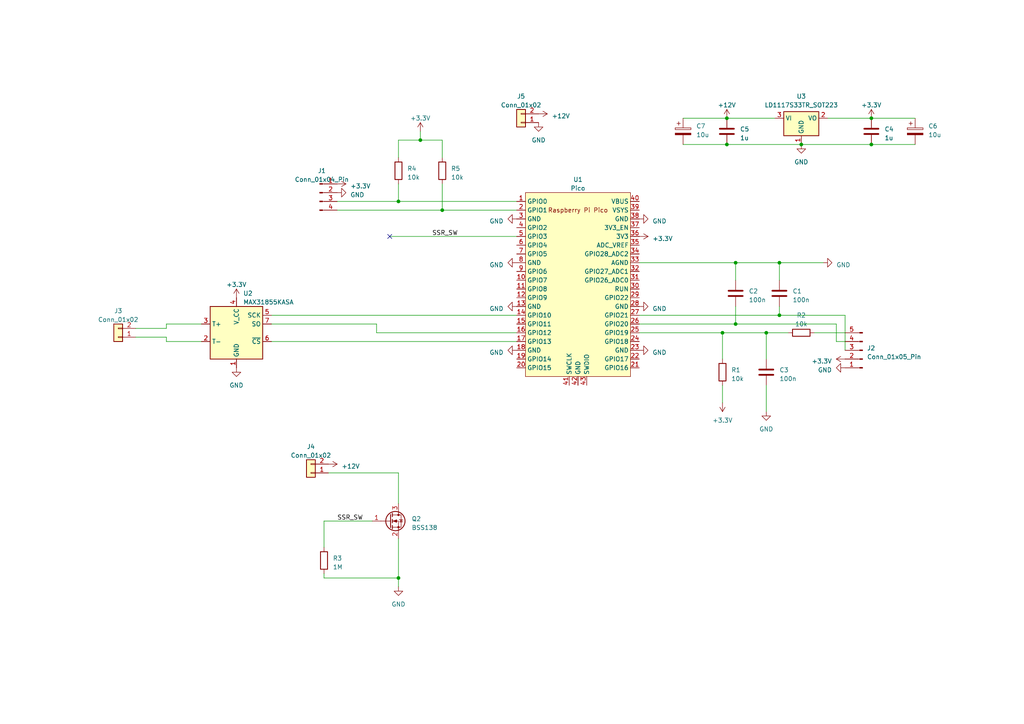
<source format=kicad_sch>
(kicad_sch (version 20230121) (generator eeschema)

  (uuid 18a36c9d-0a28-4378-9170-50d6af578c70)

  (paper "A4")

  (lib_symbols
    (symbol "Connector:Conn_01x04_Pin" (pin_names (offset 1.016) hide) (in_bom yes) (on_board yes)
      (property "Reference" "J" (at 0 5.08 0)
        (effects (font (size 1.27 1.27)))
      )
      (property "Value" "Conn_01x04_Pin" (at 0 -7.62 0)
        (effects (font (size 1.27 1.27)))
      )
      (property "Footprint" "" (at 0 0 0)
        (effects (font (size 1.27 1.27)) hide)
      )
      (property "Datasheet" "~" (at 0 0 0)
        (effects (font (size 1.27 1.27)) hide)
      )
      (property "ki_locked" "" (at 0 0 0)
        (effects (font (size 1.27 1.27)))
      )
      (property "ki_keywords" "connector" (at 0 0 0)
        (effects (font (size 1.27 1.27)) hide)
      )
      (property "ki_description" "Generic connector, single row, 01x04, script generated" (at 0 0 0)
        (effects (font (size 1.27 1.27)) hide)
      )
      (property "ki_fp_filters" "Connector*:*_1x??_*" (at 0 0 0)
        (effects (font (size 1.27 1.27)) hide)
      )
      (symbol "Conn_01x04_Pin_1_1"
        (polyline
          (pts
            (xy 1.27 -5.08)
            (xy 0.8636 -5.08)
          )
          (stroke (width 0.1524) (type default))
          (fill (type none))
        )
        (polyline
          (pts
            (xy 1.27 -2.54)
            (xy 0.8636 -2.54)
          )
          (stroke (width 0.1524) (type default))
          (fill (type none))
        )
        (polyline
          (pts
            (xy 1.27 0)
            (xy 0.8636 0)
          )
          (stroke (width 0.1524) (type default))
          (fill (type none))
        )
        (polyline
          (pts
            (xy 1.27 2.54)
            (xy 0.8636 2.54)
          )
          (stroke (width 0.1524) (type default))
          (fill (type none))
        )
        (rectangle (start 0.8636 -4.953) (end 0 -5.207)
          (stroke (width 0.1524) (type default))
          (fill (type outline))
        )
        (rectangle (start 0.8636 -2.413) (end 0 -2.667)
          (stroke (width 0.1524) (type default))
          (fill (type outline))
        )
        (rectangle (start 0.8636 0.127) (end 0 -0.127)
          (stroke (width 0.1524) (type default))
          (fill (type outline))
        )
        (rectangle (start 0.8636 2.667) (end 0 2.413)
          (stroke (width 0.1524) (type default))
          (fill (type outline))
        )
        (pin passive line (at 5.08 2.54 180) (length 3.81)
          (name "Pin_1" (effects (font (size 1.27 1.27))))
          (number "1" (effects (font (size 1.27 1.27))))
        )
        (pin passive line (at 5.08 0 180) (length 3.81)
          (name "Pin_2" (effects (font (size 1.27 1.27))))
          (number "2" (effects (font (size 1.27 1.27))))
        )
        (pin passive line (at 5.08 -2.54 180) (length 3.81)
          (name "Pin_3" (effects (font (size 1.27 1.27))))
          (number "3" (effects (font (size 1.27 1.27))))
        )
        (pin passive line (at 5.08 -5.08 180) (length 3.81)
          (name "Pin_4" (effects (font (size 1.27 1.27))))
          (number "4" (effects (font (size 1.27 1.27))))
        )
      )
    )
    (symbol "Connector:Conn_01x05_Pin" (pin_names (offset 1.016) hide) (in_bom yes) (on_board yes)
      (property "Reference" "J" (at 0 7.62 0)
        (effects (font (size 1.27 1.27)))
      )
      (property "Value" "Conn_01x05_Pin" (at 0 -7.62 0)
        (effects (font (size 1.27 1.27)))
      )
      (property "Footprint" "" (at 0 0 0)
        (effects (font (size 1.27 1.27)) hide)
      )
      (property "Datasheet" "~" (at 0 0 0)
        (effects (font (size 1.27 1.27)) hide)
      )
      (property "ki_locked" "" (at 0 0 0)
        (effects (font (size 1.27 1.27)))
      )
      (property "ki_keywords" "connector" (at 0 0 0)
        (effects (font (size 1.27 1.27)) hide)
      )
      (property "ki_description" "Generic connector, single row, 01x05, script generated" (at 0 0 0)
        (effects (font (size 1.27 1.27)) hide)
      )
      (property "ki_fp_filters" "Connector*:*_1x??_*" (at 0 0 0)
        (effects (font (size 1.27 1.27)) hide)
      )
      (symbol "Conn_01x05_Pin_1_1"
        (polyline
          (pts
            (xy 1.27 -5.08)
            (xy 0.8636 -5.08)
          )
          (stroke (width 0.1524) (type default))
          (fill (type none))
        )
        (polyline
          (pts
            (xy 1.27 -2.54)
            (xy 0.8636 -2.54)
          )
          (stroke (width 0.1524) (type default))
          (fill (type none))
        )
        (polyline
          (pts
            (xy 1.27 0)
            (xy 0.8636 0)
          )
          (stroke (width 0.1524) (type default))
          (fill (type none))
        )
        (polyline
          (pts
            (xy 1.27 2.54)
            (xy 0.8636 2.54)
          )
          (stroke (width 0.1524) (type default))
          (fill (type none))
        )
        (polyline
          (pts
            (xy 1.27 5.08)
            (xy 0.8636 5.08)
          )
          (stroke (width 0.1524) (type default))
          (fill (type none))
        )
        (rectangle (start 0.8636 -4.953) (end 0 -5.207)
          (stroke (width 0.1524) (type default))
          (fill (type outline))
        )
        (rectangle (start 0.8636 -2.413) (end 0 -2.667)
          (stroke (width 0.1524) (type default))
          (fill (type outline))
        )
        (rectangle (start 0.8636 0.127) (end 0 -0.127)
          (stroke (width 0.1524) (type default))
          (fill (type outline))
        )
        (rectangle (start 0.8636 2.667) (end 0 2.413)
          (stroke (width 0.1524) (type default))
          (fill (type outline))
        )
        (rectangle (start 0.8636 5.207) (end 0 4.953)
          (stroke (width 0.1524) (type default))
          (fill (type outline))
        )
        (pin passive line (at 5.08 5.08 180) (length 3.81)
          (name "Pin_1" (effects (font (size 1.27 1.27))))
          (number "1" (effects (font (size 1.27 1.27))))
        )
        (pin passive line (at 5.08 2.54 180) (length 3.81)
          (name "Pin_2" (effects (font (size 1.27 1.27))))
          (number "2" (effects (font (size 1.27 1.27))))
        )
        (pin passive line (at 5.08 0 180) (length 3.81)
          (name "Pin_3" (effects (font (size 1.27 1.27))))
          (number "3" (effects (font (size 1.27 1.27))))
        )
        (pin passive line (at 5.08 -2.54 180) (length 3.81)
          (name "Pin_4" (effects (font (size 1.27 1.27))))
          (number "4" (effects (font (size 1.27 1.27))))
        )
        (pin passive line (at 5.08 -5.08 180) (length 3.81)
          (name "Pin_5" (effects (font (size 1.27 1.27))))
          (number "5" (effects (font (size 1.27 1.27))))
        )
      )
    )
    (symbol "Connector_Generic:Conn_01x02" (pin_names (offset 1.016) hide) (in_bom yes) (on_board yes)
      (property "Reference" "J" (at 0 2.54 0)
        (effects (font (size 1.27 1.27)))
      )
      (property "Value" "Conn_01x02" (at 0 -5.08 0)
        (effects (font (size 1.27 1.27)))
      )
      (property "Footprint" "" (at 0 0 0)
        (effects (font (size 1.27 1.27)) hide)
      )
      (property "Datasheet" "~" (at 0 0 0)
        (effects (font (size 1.27 1.27)) hide)
      )
      (property "ki_keywords" "connector" (at 0 0 0)
        (effects (font (size 1.27 1.27)) hide)
      )
      (property "ki_description" "Generic connector, single row, 01x02, script generated (kicad-library-utils/schlib/autogen/connector/)" (at 0 0 0)
        (effects (font (size 1.27 1.27)) hide)
      )
      (property "ki_fp_filters" "Connector*:*_1x??_*" (at 0 0 0)
        (effects (font (size 1.27 1.27)) hide)
      )
      (symbol "Conn_01x02_1_1"
        (rectangle (start -1.27 -2.413) (end 0 -2.667)
          (stroke (width 0.1524) (type default))
          (fill (type none))
        )
        (rectangle (start -1.27 0.127) (end 0 -0.127)
          (stroke (width 0.1524) (type default))
          (fill (type none))
        )
        (rectangle (start -1.27 1.27) (end 1.27 -3.81)
          (stroke (width 0.254) (type default))
          (fill (type background))
        )
        (pin passive line (at -5.08 0 0) (length 3.81)
          (name "Pin_1" (effects (font (size 1.27 1.27))))
          (number "1" (effects (font (size 1.27 1.27))))
        )
        (pin passive line (at -5.08 -2.54 0) (length 3.81)
          (name "Pin_2" (effects (font (size 1.27 1.27))))
          (number "2" (effects (font (size 1.27 1.27))))
        )
      )
    )
    (symbol "DevelopBoards:Pico" (in_bom yes) (on_board yes)
      (property "Reference" "U" (at -13.97 27.94 0)
        (effects (font (size 1.27 1.27)))
      )
      (property "Value" "Pico" (at 0 19.05 0)
        (effects (font (size 1.27 1.27)))
      )
      (property "Footprint" "MCU_RaspberryPi_and_Boards:RPi_Pico_SMD_TH" (at 0 0 90)
        (effects (font (size 1.27 1.27)) hide)
      )
      (property "Datasheet" "" (at 0 0 0)
        (effects (font (size 1.27 1.27)) hide)
      )
      (symbol "Pico_0_0"
        (text "Raspberry Pi Pico" (at 0 21.59 0)
          (effects (font (size 1.27 1.27)))
        )
      )
      (symbol "Pico_0_1"
        (rectangle (start -15.24 26.67) (end 15.24 -26.67)
          (stroke (width 0) (type default))
          (fill (type background))
        )
      )
      (symbol "Pico_1_1"
        (pin bidirectional line (at -17.78 24.13 0) (length 2.54)
          (name "GPIO0" (effects (font (size 1.27 1.27))))
          (number "1" (effects (font (size 1.27 1.27))))
        )
        (pin bidirectional line (at -17.78 1.27 0) (length 2.54)
          (name "GPIO7" (effects (font (size 1.27 1.27))))
          (number "10" (effects (font (size 1.27 1.27))))
        )
        (pin bidirectional line (at -17.78 -1.27 0) (length 2.54)
          (name "GPIO8" (effects (font (size 1.27 1.27))))
          (number "11" (effects (font (size 1.27 1.27))))
        )
        (pin bidirectional line (at -17.78 -3.81 0) (length 2.54)
          (name "GPIO9" (effects (font (size 1.27 1.27))))
          (number "12" (effects (font (size 1.27 1.27))))
        )
        (pin power_in line (at -17.78 -6.35 0) (length 2.54)
          (name "GND" (effects (font (size 1.27 1.27))))
          (number "13" (effects (font (size 1.27 1.27))))
        )
        (pin bidirectional line (at -17.78 -8.89 0) (length 2.54)
          (name "GPIO10" (effects (font (size 1.27 1.27))))
          (number "14" (effects (font (size 1.27 1.27))))
        )
        (pin bidirectional line (at -17.78 -11.43 0) (length 2.54)
          (name "GPIO11" (effects (font (size 1.27 1.27))))
          (number "15" (effects (font (size 1.27 1.27))))
        )
        (pin bidirectional line (at -17.78 -13.97 0) (length 2.54)
          (name "GPIO12" (effects (font (size 1.27 1.27))))
          (number "16" (effects (font (size 1.27 1.27))))
        )
        (pin bidirectional line (at -17.78 -16.51 0) (length 2.54)
          (name "GPIO13" (effects (font (size 1.27 1.27))))
          (number "17" (effects (font (size 1.27 1.27))))
        )
        (pin power_in line (at -17.78 -19.05 0) (length 2.54)
          (name "GND" (effects (font (size 1.27 1.27))))
          (number "18" (effects (font (size 1.27 1.27))))
        )
        (pin bidirectional line (at -17.78 -21.59 0) (length 2.54)
          (name "GPIO14" (effects (font (size 1.27 1.27))))
          (number "19" (effects (font (size 1.27 1.27))))
        )
        (pin bidirectional line (at -17.78 21.59 0) (length 2.54)
          (name "GPIO1" (effects (font (size 1.27 1.27))))
          (number "2" (effects (font (size 1.27 1.27))))
        )
        (pin bidirectional line (at -17.78 -24.13 0) (length 2.54)
          (name "GPIO15" (effects (font (size 1.27 1.27))))
          (number "20" (effects (font (size 1.27 1.27))))
        )
        (pin bidirectional line (at 17.78 -24.13 180) (length 2.54)
          (name "GPIO16" (effects (font (size 1.27 1.27))))
          (number "21" (effects (font (size 1.27 1.27))))
        )
        (pin bidirectional line (at 17.78 -21.59 180) (length 2.54)
          (name "GPIO17" (effects (font (size 1.27 1.27))))
          (number "22" (effects (font (size 1.27 1.27))))
        )
        (pin power_in line (at 17.78 -19.05 180) (length 2.54)
          (name "GND" (effects (font (size 1.27 1.27))))
          (number "23" (effects (font (size 1.27 1.27))))
        )
        (pin bidirectional line (at 17.78 -16.51 180) (length 2.54)
          (name "GPIO18" (effects (font (size 1.27 1.27))))
          (number "24" (effects (font (size 1.27 1.27))))
        )
        (pin bidirectional line (at 17.78 -13.97 180) (length 2.54)
          (name "GPIO19" (effects (font (size 1.27 1.27))))
          (number "25" (effects (font (size 1.27 1.27))))
        )
        (pin bidirectional line (at 17.78 -11.43 180) (length 2.54)
          (name "GPIO20" (effects (font (size 1.27 1.27))))
          (number "26" (effects (font (size 1.27 1.27))))
        )
        (pin bidirectional line (at 17.78 -8.89 180) (length 2.54)
          (name "GPIO21" (effects (font (size 1.27 1.27))))
          (number "27" (effects (font (size 1.27 1.27))))
        )
        (pin power_in line (at 17.78 -6.35 180) (length 2.54)
          (name "GND" (effects (font (size 1.27 1.27))))
          (number "28" (effects (font (size 1.27 1.27))))
        )
        (pin bidirectional line (at 17.78 -3.81 180) (length 2.54)
          (name "GPIO22" (effects (font (size 1.27 1.27))))
          (number "29" (effects (font (size 1.27 1.27))))
        )
        (pin power_in line (at -17.78 19.05 0) (length 2.54)
          (name "GND" (effects (font (size 1.27 1.27))))
          (number "3" (effects (font (size 1.27 1.27))))
        )
        (pin input line (at 17.78 -1.27 180) (length 2.54)
          (name "RUN" (effects (font (size 1.27 1.27))))
          (number "30" (effects (font (size 1.27 1.27))))
        )
        (pin bidirectional line (at 17.78 1.27 180) (length 2.54)
          (name "GPIO26_ADC0" (effects (font (size 1.27 1.27))))
          (number "31" (effects (font (size 1.27 1.27))))
        )
        (pin bidirectional line (at 17.78 3.81 180) (length 2.54)
          (name "GPIO27_ADC1" (effects (font (size 1.27 1.27))))
          (number "32" (effects (font (size 1.27 1.27))))
        )
        (pin power_in line (at 17.78 6.35 180) (length 2.54)
          (name "AGND" (effects (font (size 1.27 1.27))))
          (number "33" (effects (font (size 1.27 1.27))))
        )
        (pin bidirectional line (at 17.78 8.89 180) (length 2.54)
          (name "GPIO28_ADC2" (effects (font (size 1.27 1.27))))
          (number "34" (effects (font (size 1.27 1.27))))
        )
        (pin power_in line (at 17.78 11.43 180) (length 2.54)
          (name "ADC_VREF" (effects (font (size 1.27 1.27))))
          (number "35" (effects (font (size 1.27 1.27))))
        )
        (pin power_in line (at 17.78 13.97 180) (length 2.54)
          (name "3V3" (effects (font (size 1.27 1.27))))
          (number "36" (effects (font (size 1.27 1.27))))
        )
        (pin input line (at 17.78 16.51 180) (length 2.54)
          (name "3V3_EN" (effects (font (size 1.27 1.27))))
          (number "37" (effects (font (size 1.27 1.27))))
        )
        (pin bidirectional line (at 17.78 19.05 180) (length 2.54)
          (name "GND" (effects (font (size 1.27 1.27))))
          (number "38" (effects (font (size 1.27 1.27))))
        )
        (pin power_in line (at 17.78 21.59 180) (length 2.54)
          (name "VSYS" (effects (font (size 1.27 1.27))))
          (number "39" (effects (font (size 1.27 1.27))))
        )
        (pin bidirectional line (at -17.78 16.51 0) (length 2.54)
          (name "GPIO2" (effects (font (size 1.27 1.27))))
          (number "4" (effects (font (size 1.27 1.27))))
        )
        (pin power_in line (at 17.78 24.13 180) (length 2.54)
          (name "VBUS" (effects (font (size 1.27 1.27))))
          (number "40" (effects (font (size 1.27 1.27))))
        )
        (pin input line (at -2.54 -29.21 90) (length 2.54)
          (name "SWCLK" (effects (font (size 1.27 1.27))))
          (number "41" (effects (font (size 1.27 1.27))))
        )
        (pin power_in line (at 0 -29.21 90) (length 2.54)
          (name "GND" (effects (font (size 1.27 1.27))))
          (number "42" (effects (font (size 1.27 1.27))))
        )
        (pin bidirectional line (at 2.54 -29.21 90) (length 2.54)
          (name "SWDIO" (effects (font (size 1.27 1.27))))
          (number "43" (effects (font (size 1.27 1.27))))
        )
        (pin bidirectional line (at -17.78 13.97 0) (length 2.54)
          (name "GPIO3" (effects (font (size 1.27 1.27))))
          (number "5" (effects (font (size 1.27 1.27))))
        )
        (pin bidirectional line (at -17.78 11.43 0) (length 2.54)
          (name "GPIO4" (effects (font (size 1.27 1.27))))
          (number "6" (effects (font (size 1.27 1.27))))
        )
        (pin bidirectional line (at -17.78 8.89 0) (length 2.54)
          (name "GPIO5" (effects (font (size 1.27 1.27))))
          (number "7" (effects (font (size 1.27 1.27))))
        )
        (pin power_in line (at -17.78 6.35 0) (length 2.54)
          (name "GND" (effects (font (size 1.27 1.27))))
          (number "8" (effects (font (size 1.27 1.27))))
        )
        (pin bidirectional line (at -17.78 3.81 0) (length 2.54)
          (name "GPIO6" (effects (font (size 1.27 1.27))))
          (number "9" (effects (font (size 1.27 1.27))))
        )
      )
    )
    (symbol "Device:C" (pin_numbers hide) (pin_names (offset 0.254)) (in_bom yes) (on_board yes)
      (property "Reference" "C" (at 0.635 2.54 0)
        (effects (font (size 1.27 1.27)) (justify left))
      )
      (property "Value" "C" (at 0.635 -2.54 0)
        (effects (font (size 1.27 1.27)) (justify left))
      )
      (property "Footprint" "" (at 0.9652 -3.81 0)
        (effects (font (size 1.27 1.27)) hide)
      )
      (property "Datasheet" "~" (at 0 0 0)
        (effects (font (size 1.27 1.27)) hide)
      )
      (property "ki_keywords" "cap capacitor" (at 0 0 0)
        (effects (font (size 1.27 1.27)) hide)
      )
      (property "ki_description" "Unpolarized capacitor" (at 0 0 0)
        (effects (font (size 1.27 1.27)) hide)
      )
      (property "ki_fp_filters" "C_*" (at 0 0 0)
        (effects (font (size 1.27 1.27)) hide)
      )
      (symbol "C_0_1"
        (polyline
          (pts
            (xy -2.032 -0.762)
            (xy 2.032 -0.762)
          )
          (stroke (width 0.508) (type default))
          (fill (type none))
        )
        (polyline
          (pts
            (xy -2.032 0.762)
            (xy 2.032 0.762)
          )
          (stroke (width 0.508) (type default))
          (fill (type none))
        )
      )
      (symbol "C_1_1"
        (pin passive line (at 0 3.81 270) (length 2.794)
          (name "~" (effects (font (size 1.27 1.27))))
          (number "1" (effects (font (size 1.27 1.27))))
        )
        (pin passive line (at 0 -3.81 90) (length 2.794)
          (name "~" (effects (font (size 1.27 1.27))))
          (number "2" (effects (font (size 1.27 1.27))))
        )
      )
    )
    (symbol "Device:C_Polarized" (pin_numbers hide) (pin_names (offset 0.254)) (in_bom yes) (on_board yes)
      (property "Reference" "C" (at 0.635 2.54 0)
        (effects (font (size 1.27 1.27)) (justify left))
      )
      (property "Value" "C_Polarized" (at 0.635 -2.54 0)
        (effects (font (size 1.27 1.27)) (justify left))
      )
      (property "Footprint" "" (at 0.9652 -3.81 0)
        (effects (font (size 1.27 1.27)) hide)
      )
      (property "Datasheet" "~" (at 0 0 0)
        (effects (font (size 1.27 1.27)) hide)
      )
      (property "ki_keywords" "cap capacitor" (at 0 0 0)
        (effects (font (size 1.27 1.27)) hide)
      )
      (property "ki_description" "Polarized capacitor" (at 0 0 0)
        (effects (font (size 1.27 1.27)) hide)
      )
      (property "ki_fp_filters" "CP_*" (at 0 0 0)
        (effects (font (size 1.27 1.27)) hide)
      )
      (symbol "C_Polarized_0_1"
        (rectangle (start -2.286 0.508) (end 2.286 1.016)
          (stroke (width 0) (type default))
          (fill (type none))
        )
        (polyline
          (pts
            (xy -1.778 2.286)
            (xy -0.762 2.286)
          )
          (stroke (width 0) (type default))
          (fill (type none))
        )
        (polyline
          (pts
            (xy -1.27 2.794)
            (xy -1.27 1.778)
          )
          (stroke (width 0) (type default))
          (fill (type none))
        )
        (rectangle (start 2.286 -0.508) (end -2.286 -1.016)
          (stroke (width 0) (type default))
          (fill (type outline))
        )
      )
      (symbol "C_Polarized_1_1"
        (pin passive line (at 0 3.81 270) (length 2.794)
          (name "~" (effects (font (size 1.27 1.27))))
          (number "1" (effects (font (size 1.27 1.27))))
        )
        (pin passive line (at 0 -3.81 90) (length 2.794)
          (name "~" (effects (font (size 1.27 1.27))))
          (number "2" (effects (font (size 1.27 1.27))))
        )
      )
    )
    (symbol "Device:R" (pin_numbers hide) (pin_names (offset 0)) (in_bom yes) (on_board yes)
      (property "Reference" "R" (at 2.032 0 90)
        (effects (font (size 1.27 1.27)))
      )
      (property "Value" "R" (at 0 0 90)
        (effects (font (size 1.27 1.27)))
      )
      (property "Footprint" "" (at -1.778 0 90)
        (effects (font (size 1.27 1.27)) hide)
      )
      (property "Datasheet" "~" (at 0 0 0)
        (effects (font (size 1.27 1.27)) hide)
      )
      (property "ki_keywords" "R res resistor" (at 0 0 0)
        (effects (font (size 1.27 1.27)) hide)
      )
      (property "ki_description" "Resistor" (at 0 0 0)
        (effects (font (size 1.27 1.27)) hide)
      )
      (property "ki_fp_filters" "R_*" (at 0 0 0)
        (effects (font (size 1.27 1.27)) hide)
      )
      (symbol "R_0_1"
        (rectangle (start -1.016 -2.54) (end 1.016 2.54)
          (stroke (width 0.254) (type default))
          (fill (type none))
        )
      )
      (symbol "R_1_1"
        (pin passive line (at 0 3.81 270) (length 1.27)
          (name "~" (effects (font (size 1.27 1.27))))
          (number "1" (effects (font (size 1.27 1.27))))
        )
        (pin passive line (at 0 -3.81 90) (length 1.27)
          (name "~" (effects (font (size 1.27 1.27))))
          (number "2" (effects (font (size 1.27 1.27))))
        )
      )
    )
    (symbol "Regulator_Linear:LD1117S33TR_SOT223" (in_bom yes) (on_board yes)
      (property "Reference" "U" (at -3.81 3.175 0)
        (effects (font (size 1.27 1.27)))
      )
      (property "Value" "LD1117S33TR_SOT223" (at 0 3.175 0)
        (effects (font (size 1.27 1.27)) (justify left))
      )
      (property "Footprint" "Package_TO_SOT_SMD:SOT-223-3_TabPin2" (at 0 5.08 0)
        (effects (font (size 1.27 1.27)) hide)
      )
      (property "Datasheet" "http://www.st.com/st-web-ui/static/active/en/resource/technical/document/datasheet/CD00000544.pdf" (at 2.54 -6.35 0)
        (effects (font (size 1.27 1.27)) hide)
      )
      (property "ki_keywords" "REGULATOR LDO 3.3V" (at 0 0 0)
        (effects (font (size 1.27 1.27)) hide)
      )
      (property "ki_description" "800mA Fixed Low Drop Positive Voltage Regulator, Fixed Output 3.3V, SOT-223" (at 0 0 0)
        (effects (font (size 1.27 1.27)) hide)
      )
      (property "ki_fp_filters" "SOT?223*TabPin2*" (at 0 0 0)
        (effects (font (size 1.27 1.27)) hide)
      )
      (symbol "LD1117S33TR_SOT223_0_1"
        (rectangle (start -5.08 -5.08) (end 5.08 1.905)
          (stroke (width 0.254) (type default))
          (fill (type background))
        )
      )
      (symbol "LD1117S33TR_SOT223_1_1"
        (pin power_in line (at 0 -7.62 90) (length 2.54)
          (name "GND" (effects (font (size 1.27 1.27))))
          (number "1" (effects (font (size 1.27 1.27))))
        )
        (pin power_out line (at 7.62 0 180) (length 2.54)
          (name "VO" (effects (font (size 1.27 1.27))))
          (number "2" (effects (font (size 1.27 1.27))))
        )
        (pin power_in line (at -7.62 0 0) (length 2.54)
          (name "VI" (effects (font (size 1.27 1.27))))
          (number "3" (effects (font (size 1.27 1.27))))
        )
      )
    )
    (symbol "Sensor_Temperature:MAX31855KASA" (in_bom yes) (on_board yes)
      (property "Reference" "U" (at -7.62 8.89 0)
        (effects (font (size 1.27 1.27)) (justify left))
      )
      (property "Value" "MAX31855KASA" (at 1.27 8.89 0)
        (effects (font (size 1.27 1.27)) (justify left))
      )
      (property "Footprint" "Package_SO:SOIC-8_3.9x4.9mm_P1.27mm" (at 25.4 -8.89 0)
        (effects (font (size 1.27 1.27) italic) hide)
      )
      (property "Datasheet" "http://datasheets.maximintegrated.com/en/ds/MAX31855.pdf" (at 0 0 0)
        (effects (font (size 1.27 1.27)) hide)
      )
      (property "ki_keywords" "Cold Junction Termocouple Interface SPI" (at 0 0 0)
        (effects (font (size 1.27 1.27)) hide)
      )
      (property "ki_description" "Cold Junction K-type Termocouple Interface, SPI, SO8" (at 0 0 0)
        (effects (font (size 1.27 1.27)) hide)
      )
      (property "ki_fp_filters" "SOIC*3.9x4.9mm*P1.27mm*" (at 0 0 0)
        (effects (font (size 1.27 1.27)) hide)
      )
      (symbol "MAX31855KASA_0_1"
        (rectangle (start -7.62 7.62) (end 7.62 -7.62)
          (stroke (width 0.254) (type default))
          (fill (type background))
        )
      )
      (symbol "MAX31855KASA_1_1"
        (pin power_in line (at 0 -10.16 90) (length 2.54)
          (name "GND" (effects (font (size 1.27 1.27))))
          (number "1" (effects (font (size 1.27 1.27))))
        )
        (pin passive line (at -10.16 -2.54 0) (length 2.54)
          (name "T-" (effects (font (size 1.27 1.27))))
          (number "2" (effects (font (size 1.27 1.27))))
        )
        (pin passive line (at -10.16 2.54 0) (length 2.54)
          (name "T+" (effects (font (size 1.27 1.27))))
          (number "3" (effects (font (size 1.27 1.27))))
        )
        (pin power_in line (at 0 10.16 270) (length 2.54)
          (name "V_CC" (effects (font (size 1.27 1.27))))
          (number "4" (effects (font (size 1.27 1.27))))
        )
        (pin input line (at 10.16 5.08 180) (length 2.54)
          (name "SCK" (effects (font (size 1.27 1.27))))
          (number "5" (effects (font (size 1.27 1.27))))
        )
        (pin input line (at 10.16 -2.54 180) (length 2.54)
          (name "~{CS}" (effects (font (size 1.27 1.27))))
          (number "6" (effects (font (size 1.27 1.27))))
        )
        (pin tri_state line (at 10.16 2.54 180) (length 2.54)
          (name "SO" (effects (font (size 1.27 1.27))))
          (number "7" (effects (font (size 1.27 1.27))))
        )
      )
    )
    (symbol "Transistor_FET:BSS138" (pin_names hide) (in_bom yes) (on_board yes)
      (property "Reference" "Q" (at 5.08 1.905 0)
        (effects (font (size 1.27 1.27)) (justify left))
      )
      (property "Value" "BSS138" (at 5.08 0 0)
        (effects (font (size 1.27 1.27)) (justify left))
      )
      (property "Footprint" "Package_TO_SOT_SMD:SOT-23" (at 5.08 -1.905 0)
        (effects (font (size 1.27 1.27) italic) (justify left) hide)
      )
      (property "Datasheet" "https://www.onsemi.com/pub/Collateral/BSS138-D.PDF" (at 0 0 0)
        (effects (font (size 1.27 1.27)) (justify left) hide)
      )
      (property "ki_keywords" "N-Channel MOSFET" (at 0 0 0)
        (effects (font (size 1.27 1.27)) hide)
      )
      (property "ki_description" "50V Vds, 0.22A Id, N-Channel MOSFET, SOT-23" (at 0 0 0)
        (effects (font (size 1.27 1.27)) hide)
      )
      (property "ki_fp_filters" "SOT?23*" (at 0 0 0)
        (effects (font (size 1.27 1.27)) hide)
      )
      (symbol "BSS138_0_1"
        (polyline
          (pts
            (xy 0.254 0)
            (xy -2.54 0)
          )
          (stroke (width 0) (type default))
          (fill (type none))
        )
        (polyline
          (pts
            (xy 0.254 1.905)
            (xy 0.254 -1.905)
          )
          (stroke (width 0.254) (type default))
          (fill (type none))
        )
        (polyline
          (pts
            (xy 0.762 -1.27)
            (xy 0.762 -2.286)
          )
          (stroke (width 0.254) (type default))
          (fill (type none))
        )
        (polyline
          (pts
            (xy 0.762 0.508)
            (xy 0.762 -0.508)
          )
          (stroke (width 0.254) (type default))
          (fill (type none))
        )
        (polyline
          (pts
            (xy 0.762 2.286)
            (xy 0.762 1.27)
          )
          (stroke (width 0.254) (type default))
          (fill (type none))
        )
        (polyline
          (pts
            (xy 2.54 2.54)
            (xy 2.54 1.778)
          )
          (stroke (width 0) (type default))
          (fill (type none))
        )
        (polyline
          (pts
            (xy 2.54 -2.54)
            (xy 2.54 0)
            (xy 0.762 0)
          )
          (stroke (width 0) (type default))
          (fill (type none))
        )
        (polyline
          (pts
            (xy 0.762 -1.778)
            (xy 3.302 -1.778)
            (xy 3.302 1.778)
            (xy 0.762 1.778)
          )
          (stroke (width 0) (type default))
          (fill (type none))
        )
        (polyline
          (pts
            (xy 1.016 0)
            (xy 2.032 0.381)
            (xy 2.032 -0.381)
            (xy 1.016 0)
          )
          (stroke (width 0) (type default))
          (fill (type outline))
        )
        (polyline
          (pts
            (xy 2.794 0.508)
            (xy 2.921 0.381)
            (xy 3.683 0.381)
            (xy 3.81 0.254)
          )
          (stroke (width 0) (type default))
          (fill (type none))
        )
        (polyline
          (pts
            (xy 3.302 0.381)
            (xy 2.921 -0.254)
            (xy 3.683 -0.254)
            (xy 3.302 0.381)
          )
          (stroke (width 0) (type default))
          (fill (type none))
        )
        (circle (center 1.651 0) (radius 2.794)
          (stroke (width 0.254) (type default))
          (fill (type none))
        )
        (circle (center 2.54 -1.778) (radius 0.254)
          (stroke (width 0) (type default))
          (fill (type outline))
        )
        (circle (center 2.54 1.778) (radius 0.254)
          (stroke (width 0) (type default))
          (fill (type outline))
        )
      )
      (symbol "BSS138_1_1"
        (pin input line (at -5.08 0 0) (length 2.54)
          (name "G" (effects (font (size 1.27 1.27))))
          (number "1" (effects (font (size 1.27 1.27))))
        )
        (pin passive line (at 2.54 -5.08 90) (length 2.54)
          (name "S" (effects (font (size 1.27 1.27))))
          (number "2" (effects (font (size 1.27 1.27))))
        )
        (pin passive line (at 2.54 5.08 270) (length 2.54)
          (name "D" (effects (font (size 1.27 1.27))))
          (number "3" (effects (font (size 1.27 1.27))))
        )
      )
    )
    (symbol "power:+12V" (power) (pin_names (offset 0)) (in_bom yes) (on_board yes)
      (property "Reference" "#PWR" (at 0 -3.81 0)
        (effects (font (size 1.27 1.27)) hide)
      )
      (property "Value" "+12V" (at 0 3.556 0)
        (effects (font (size 1.27 1.27)))
      )
      (property "Footprint" "" (at 0 0 0)
        (effects (font (size 1.27 1.27)) hide)
      )
      (property "Datasheet" "" (at 0 0 0)
        (effects (font (size 1.27 1.27)) hide)
      )
      (property "ki_keywords" "global power" (at 0 0 0)
        (effects (font (size 1.27 1.27)) hide)
      )
      (property "ki_description" "Power symbol creates a global label with name \"+12V\"" (at 0 0 0)
        (effects (font (size 1.27 1.27)) hide)
      )
      (symbol "+12V_0_1"
        (polyline
          (pts
            (xy -0.762 1.27)
            (xy 0 2.54)
          )
          (stroke (width 0) (type default))
          (fill (type none))
        )
        (polyline
          (pts
            (xy 0 0)
            (xy 0 2.54)
          )
          (stroke (width 0) (type default))
          (fill (type none))
        )
        (polyline
          (pts
            (xy 0 2.54)
            (xy 0.762 1.27)
          )
          (stroke (width 0) (type default))
          (fill (type none))
        )
      )
      (symbol "+12V_1_1"
        (pin power_in line (at 0 0 90) (length 0) hide
          (name "+12V" (effects (font (size 1.27 1.27))))
          (number "1" (effects (font (size 1.27 1.27))))
        )
      )
    )
    (symbol "power:+3.3V" (power) (pin_names (offset 0)) (in_bom yes) (on_board yes)
      (property "Reference" "#PWR" (at 0 -3.81 0)
        (effects (font (size 1.27 1.27)) hide)
      )
      (property "Value" "+3.3V" (at 0 3.556 0)
        (effects (font (size 1.27 1.27)))
      )
      (property "Footprint" "" (at 0 0 0)
        (effects (font (size 1.27 1.27)) hide)
      )
      (property "Datasheet" "" (at 0 0 0)
        (effects (font (size 1.27 1.27)) hide)
      )
      (property "ki_keywords" "global power" (at 0 0 0)
        (effects (font (size 1.27 1.27)) hide)
      )
      (property "ki_description" "Power symbol creates a global label with name \"+3.3V\"" (at 0 0 0)
        (effects (font (size 1.27 1.27)) hide)
      )
      (symbol "+3.3V_0_1"
        (polyline
          (pts
            (xy -0.762 1.27)
            (xy 0 2.54)
          )
          (stroke (width 0) (type default))
          (fill (type none))
        )
        (polyline
          (pts
            (xy 0 0)
            (xy 0 2.54)
          )
          (stroke (width 0) (type default))
          (fill (type none))
        )
        (polyline
          (pts
            (xy 0 2.54)
            (xy 0.762 1.27)
          )
          (stroke (width 0) (type default))
          (fill (type none))
        )
      )
      (symbol "+3.3V_1_1"
        (pin power_in line (at 0 0 90) (length 0) hide
          (name "+3.3V" (effects (font (size 1.27 1.27))))
          (number "1" (effects (font (size 1.27 1.27))))
        )
      )
    )
    (symbol "power:GND" (power) (pin_names (offset 0)) (in_bom yes) (on_board yes)
      (property "Reference" "#PWR" (at 0 -6.35 0)
        (effects (font (size 1.27 1.27)) hide)
      )
      (property "Value" "GND" (at 0 -3.81 0)
        (effects (font (size 1.27 1.27)))
      )
      (property "Footprint" "" (at 0 0 0)
        (effects (font (size 1.27 1.27)) hide)
      )
      (property "Datasheet" "" (at 0 0 0)
        (effects (font (size 1.27 1.27)) hide)
      )
      (property "ki_keywords" "global power" (at 0 0 0)
        (effects (font (size 1.27 1.27)) hide)
      )
      (property "ki_description" "Power symbol creates a global label with name \"GND\" , ground" (at 0 0 0)
        (effects (font (size 1.27 1.27)) hide)
      )
      (symbol "GND_0_1"
        (polyline
          (pts
            (xy 0 0)
            (xy 0 -1.27)
            (xy 1.27 -1.27)
            (xy 0 -2.54)
            (xy -1.27 -1.27)
            (xy 0 -1.27)
          )
          (stroke (width 0) (type default))
          (fill (type none))
        )
      )
      (symbol "GND_1_1"
        (pin power_in line (at 0 0 270) (length 0) hide
          (name "GND" (effects (font (size 1.27 1.27))))
          (number "1" (effects (font (size 1.27 1.27))))
        )
      )
    )
  )

  (junction (at 222.25 96.52) (diameter 0) (color 0 0 0 0)
    (uuid 33c5930d-a47a-4939-9ace-f5aac39b9ca0)
  )
  (junction (at 128.27 60.96) (diameter 0) (color 0 0 0 0)
    (uuid 3477e0c6-2607-4fb0-9fcb-e3ac9af6528d)
  )
  (junction (at 252.73 34.29) (diameter 0) (color 0 0 0 0)
    (uuid 3878894a-6296-4463-bf5b-69133362d971)
  )
  (junction (at 252.73 41.91) (diameter 0) (color 0 0 0 0)
    (uuid 51d06025-1452-4f36-b8c6-21a764a414d9)
  )
  (junction (at 121.92 40.64) (diameter 0) (color 0 0 0 0)
    (uuid 659cb120-c3b3-4a35-90d6-ab9a0bb819a4)
  )
  (junction (at 115.57 58.42) (diameter 0) (color 0 0 0 0)
    (uuid 6bdd9482-b2e6-4054-b471-481feb32a667)
  )
  (junction (at 210.82 34.29) (diameter 0) (color 0 0 0 0)
    (uuid 84c10831-0694-4ab5-8ff0-bb765fc557fa)
  )
  (junction (at 232.41 41.91) (diameter 0) (color 0 0 0 0)
    (uuid 9d55c3ef-da3d-4a02-ba1c-e171d0464a1c)
  )
  (junction (at 209.55 96.52) (diameter 0) (color 0 0 0 0)
    (uuid bbb890bc-ab8a-4755-850a-15b289af1c4d)
  )
  (junction (at 226.06 76.2) (diameter 0) (color 0 0 0 0)
    (uuid cb14c00d-79b8-4753-b8d7-23d2628e08c8)
  )
  (junction (at 213.36 93.98) (diameter 0) (color 0 0 0 0)
    (uuid cddd0f25-cfb0-4266-a139-70e3536201c5)
  )
  (junction (at 213.36 76.2) (diameter 0) (color 0 0 0 0)
    (uuid e4a3e931-daf4-411d-961c-5553d2a9ab76)
  )
  (junction (at 210.82 41.91) (diameter 0) (color 0 0 0 0)
    (uuid ea25febb-fc64-4645-b012-f98cfeea7a52)
  )
  (junction (at 226.06 91.44) (diameter 0) (color 0 0 0 0)
    (uuid f70607e5-9f74-40d5-9f79-776275673f49)
  )
  (junction (at 115.57 167.64) (diameter 0) (color 0 0 0 0)
    (uuid fd4171fe-a377-4dc9-b0f7-ce5415d9162b)
  )

  (no_connect (at 113.03 68.58) (uuid 6d7edaff-d340-4795-8002-bfe953bc7c7f))

  (wire (pts (xy 97.79 60.96) (xy 128.27 60.96))
    (stroke (width 0) (type default))
    (uuid 0496fc64-067f-4a00-8ff5-518444423e1f)
  )
  (wire (pts (xy 226.06 76.2) (xy 213.36 76.2))
    (stroke (width 0) (type default))
    (uuid 10f8e1f6-4495-493d-b01f-f937136781f6)
  )
  (wire (pts (xy 209.55 96.52) (xy 222.25 96.52))
    (stroke (width 0) (type default))
    (uuid 143ce7d1-70d9-414e-88a9-cd2a7bac52f6)
  )
  (wire (pts (xy 198.12 34.29) (xy 210.82 34.29))
    (stroke (width 0) (type default))
    (uuid 14edf144-f6fb-4c78-82e3-b18084773ef7)
  )
  (wire (pts (xy 238.76 76.2) (xy 226.06 76.2))
    (stroke (width 0) (type default))
    (uuid 15ccb43c-6380-4f4f-817a-2ad1a67ac26d)
  )
  (wire (pts (xy 210.82 41.91) (xy 232.41 41.91))
    (stroke (width 0) (type default))
    (uuid 19285539-50fa-4b22-90cd-309750392faa)
  )
  (wire (pts (xy 185.42 96.52) (xy 209.55 96.52))
    (stroke (width 0) (type default))
    (uuid 1a5eb0a4-4ac9-414a-89d9-2bc42cfec69e)
  )
  (wire (pts (xy 245.11 99.06) (xy 242.57 99.06))
    (stroke (width 0) (type default))
    (uuid 1eb5bef8-9272-4ba6-8dae-e5e444a98aef)
  )
  (wire (pts (xy 209.55 96.52) (xy 209.55 104.14))
    (stroke (width 0) (type default))
    (uuid 21064504-8f22-45ba-922e-bc43d7a322b7)
  )
  (wire (pts (xy 128.27 53.34) (xy 128.27 60.96))
    (stroke (width 0) (type default))
    (uuid 24a60e3a-c818-4ccd-a742-206aec81a858)
  )
  (wire (pts (xy 185.42 93.98) (xy 213.36 93.98))
    (stroke (width 0) (type default))
    (uuid 24eb2b86-9632-4c58-9057-3a945d866154)
  )
  (wire (pts (xy 252.73 41.91) (xy 265.43 41.91))
    (stroke (width 0) (type default))
    (uuid 27d669b8-1a41-40fe-a1bb-fa0be7fa5d31)
  )
  (wire (pts (xy 39.37 95.25) (xy 48.26 95.25))
    (stroke (width 0) (type default))
    (uuid 2894c7dd-a7fc-42e3-9666-026e66d3b529)
  )
  (wire (pts (xy 213.36 76.2) (xy 185.42 76.2))
    (stroke (width 0) (type default))
    (uuid 2f66f3ef-b844-4cbb-b6aa-11ad9cc6484d)
  )
  (wire (pts (xy 48.26 99.06) (xy 58.42 99.06))
    (stroke (width 0) (type default))
    (uuid 362cdec1-dc22-4319-8df4-aece9c5e69ad)
  )
  (wire (pts (xy 213.36 76.2) (xy 213.36 81.28))
    (stroke (width 0) (type default))
    (uuid 3a155f6e-54c7-4d0a-82f7-ee5dc82991a2)
  )
  (wire (pts (xy 128.27 45.72) (xy 128.27 40.64))
    (stroke (width 0) (type default))
    (uuid 3a1aca37-af3e-4fc5-9c59-544722910799)
  )
  (wire (pts (xy 48.26 97.79) (xy 48.26 99.06))
    (stroke (width 0) (type default))
    (uuid 3af2500b-8545-41f8-afda-cbfe4902951e)
  )
  (wire (pts (xy 115.57 146.05) (xy 115.57 137.16))
    (stroke (width 0) (type default))
    (uuid 3b6fdbac-f340-470f-8aaa-224062f292cd)
  )
  (wire (pts (xy 242.57 99.06) (xy 242.57 93.98))
    (stroke (width 0) (type default))
    (uuid 3d801676-fa2c-4ab1-89d5-fd05a4cb5146)
  )
  (wire (pts (xy 252.73 34.29) (xy 265.43 34.29))
    (stroke (width 0) (type default))
    (uuid 3e618e21-10c1-4fda-b123-ac5b54c09861)
  )
  (wire (pts (xy 209.55 111.76) (xy 209.55 116.84))
    (stroke (width 0) (type default))
    (uuid 43e89da7-28fe-4b9b-9770-7b023bf5e8df)
  )
  (wire (pts (xy 93.98 167.64) (xy 115.57 167.64))
    (stroke (width 0) (type default))
    (uuid 4602a63b-79bd-4ac4-9879-7922fa91e2dd)
  )
  (wire (pts (xy 128.27 40.64) (xy 121.92 40.64))
    (stroke (width 0) (type default))
    (uuid 4b515070-2df5-4c1f-b463-02b67e98ed1e)
  )
  (wire (pts (xy 115.57 40.64) (xy 121.92 40.64))
    (stroke (width 0) (type default))
    (uuid 4bf55782-9bc7-425e-9331-4873fd3e53fe)
  )
  (wire (pts (xy 222.25 96.52) (xy 222.25 104.14))
    (stroke (width 0) (type default))
    (uuid 50b5ca2d-b346-4450-9793-4cbe397f687c)
  )
  (wire (pts (xy 240.03 34.29) (xy 252.73 34.29))
    (stroke (width 0) (type default))
    (uuid 54dc103b-1fb1-4f62-b75e-c290dd9bd5d5)
  )
  (wire (pts (xy 245.11 91.44) (xy 245.11 101.6))
    (stroke (width 0) (type default))
    (uuid 56dd0b0e-89c3-40dc-8af7-57efb20ba193)
  )
  (wire (pts (xy 128.27 60.96) (xy 149.86 60.96))
    (stroke (width 0) (type default))
    (uuid 65459d44-1708-4576-b161-5d44c3a2fd64)
  )
  (wire (pts (xy 242.57 93.98) (xy 213.36 93.98))
    (stroke (width 0) (type default))
    (uuid 6681a412-3df4-4b3d-85a9-9fd5da2f3b28)
  )
  (wire (pts (xy 226.06 88.9) (xy 226.06 91.44))
    (stroke (width 0) (type default))
    (uuid 68ab6f94-f2cf-45e3-95a8-82fed1ab6310)
  )
  (wire (pts (xy 48.26 93.98) (xy 58.42 93.98))
    (stroke (width 0) (type default))
    (uuid 740798b1-460a-4865-861f-fcb3c460b189)
  )
  (wire (pts (xy 78.74 99.06) (xy 149.86 99.06))
    (stroke (width 0) (type default))
    (uuid 77826b3e-f716-4139-9e81-5fcd68a72505)
  )
  (wire (pts (xy 213.36 88.9) (xy 213.36 93.98))
    (stroke (width 0) (type default))
    (uuid 783d7408-f7c3-46e1-84b4-05ae97a5ef8b)
  )
  (wire (pts (xy 222.25 111.76) (xy 222.25 119.38))
    (stroke (width 0) (type default))
    (uuid 786d192e-3f26-402b-87aa-89a19cf39af0)
  )
  (wire (pts (xy 39.37 97.79) (xy 48.26 97.79))
    (stroke (width 0) (type default))
    (uuid 7a2f6471-0008-4b82-8055-933a70b9d259)
  )
  (wire (pts (xy 115.57 167.64) (xy 115.57 170.18))
    (stroke (width 0) (type default))
    (uuid 7b57a5d6-1313-408c-8b6a-1073c6571d30)
  )
  (wire (pts (xy 113.03 68.58) (xy 149.86 68.58))
    (stroke (width 0) (type default))
    (uuid 7dab36ba-c8b8-4ad4-b4ad-6c383300622f)
  )
  (wire (pts (xy 185.42 91.44) (xy 226.06 91.44))
    (stroke (width 0) (type default))
    (uuid 8ca9cb27-ddca-47b9-b7c6-f4fe14d21c0a)
  )
  (wire (pts (xy 222.25 96.52) (xy 228.6 96.52))
    (stroke (width 0) (type default))
    (uuid 8e2f7747-e75a-4d3e-aa0e-3f80511ec7a8)
  )
  (wire (pts (xy 78.74 91.44) (xy 149.86 91.44))
    (stroke (width 0) (type default))
    (uuid 95134b18-e1eb-49fd-983f-25c806f3a1ce)
  )
  (wire (pts (xy 97.79 58.42) (xy 115.57 58.42))
    (stroke (width 0) (type default))
    (uuid 9707698b-9f2e-4f99-9cf2-1c7bf98bb8d7)
  )
  (wire (pts (xy 210.82 34.29) (xy 224.79 34.29))
    (stroke (width 0) (type default))
    (uuid 97619bb7-cd15-4e0c-a0cb-4dd123ab8a98)
  )
  (wire (pts (xy 198.12 41.91) (xy 210.82 41.91))
    (stroke (width 0) (type default))
    (uuid 9cc8c8cc-c38d-4b39-ad14-4b5e84db06a4)
  )
  (wire (pts (xy 93.98 151.13) (xy 93.98 158.75))
    (stroke (width 0) (type default))
    (uuid a1b8ed4b-a239-429c-ada2-93c84b468583)
  )
  (wire (pts (xy 115.57 53.34) (xy 115.57 58.42))
    (stroke (width 0) (type default))
    (uuid a3b482b8-89be-43b2-a66c-87d6427ab4c9)
  )
  (wire (pts (xy 109.22 96.52) (xy 109.22 93.98))
    (stroke (width 0) (type default))
    (uuid a8fc1c39-1d73-48bf-aacf-4b73450589c4)
  )
  (wire (pts (xy 93.98 166.37) (xy 93.98 167.64))
    (stroke (width 0) (type default))
    (uuid a91f725e-eb1d-4cb4-938c-d76532765926)
  )
  (wire (pts (xy 226.06 91.44) (xy 245.11 91.44))
    (stroke (width 0) (type default))
    (uuid aba81366-c7b3-405c-91c8-173fa6dd668f)
  )
  (wire (pts (xy 232.41 41.91) (xy 252.73 41.91))
    (stroke (width 0) (type default))
    (uuid b0926bbb-5d27-4c08-a841-1eb887a65370)
  )
  (wire (pts (xy 121.92 38.1) (xy 121.92 40.64))
    (stroke (width 0) (type default))
    (uuid bf249435-4ac1-4d2a-99b3-bf6547c72077)
  )
  (wire (pts (xy 115.57 45.72) (xy 115.57 40.64))
    (stroke (width 0) (type default))
    (uuid bfbb1d4d-fbd0-43ae-8992-974bde6770b1)
  )
  (wire (pts (xy 226.06 76.2) (xy 226.06 81.28))
    (stroke (width 0) (type default))
    (uuid c4e467f9-e02a-429a-9699-b8134835337e)
  )
  (wire (pts (xy 48.26 95.25) (xy 48.26 93.98))
    (stroke (width 0) (type default))
    (uuid c73cdd43-f42d-40e8-be59-00bc7e71e2d8)
  )
  (wire (pts (xy 115.57 58.42) (xy 149.86 58.42))
    (stroke (width 0) (type default))
    (uuid cf617910-db56-44c9-9ec1-045e9dce5272)
  )
  (wire (pts (xy 115.57 156.21) (xy 115.57 167.64))
    (stroke (width 0) (type default))
    (uuid d76bea87-6095-46ce-9cc0-d2bf110d07ab)
  )
  (wire (pts (xy 109.22 93.98) (xy 78.74 93.98))
    (stroke (width 0) (type default))
    (uuid e2561684-e8c9-4da4-9415-84cff2e45ce7)
  )
  (wire (pts (xy 107.95 151.13) (xy 93.98 151.13))
    (stroke (width 0) (type default))
    (uuid ef6a2420-bc4a-4867-8d9a-1d6a5a7fe158)
  )
  (wire (pts (xy 115.57 137.16) (xy 95.25 137.16))
    (stroke (width 0) (type default))
    (uuid f7d4a5a7-308d-4045-a57b-000ef13c2999)
  )
  (wire (pts (xy 149.86 96.52) (xy 109.22 96.52))
    (stroke (width 0) (type default))
    (uuid fddd138b-e2c3-4411-be65-7e32aeec1516)
  )
  (wire (pts (xy 236.22 96.52) (xy 245.11 96.52))
    (stroke (width 0) (type default))
    (uuid fe7c187c-949f-4fa1-afeb-c03f258707ad)
  )

  (label "SSR_SW" (at 125.3115 68.58 0) (fields_autoplaced)
    (effects (font (size 1.27 1.27)) (justify left bottom))
    (uuid 4e84d8e3-9585-4854-8b3e-c6d5390457b9)
  )
  (label "SSR_SW" (at 97.79 151.13 0) (fields_autoplaced)
    (effects (font (size 1.27 1.27)) (justify left bottom))
    (uuid 89495f3f-08a4-46bc-b595-a4c3f24e18fc)
  )

  (symbol (lib_id "power:+3.3V") (at 68.58 86.36 0) (unit 1)
    (in_bom yes) (on_board yes) (dnp no) (fields_autoplaced)
    (uuid 0d88d4dc-77a5-490b-ba46-7a3329d0365d)
    (property "Reference" "#PWR01" (at 68.58 90.17 0)
      (effects (font (size 1.27 1.27)) hide)
    )
    (property "Value" "+3.3V" (at 68.58 82.55 0)
      (effects (font (size 1.27 1.27)))
    )
    (property "Footprint" "" (at 68.58 86.36 0)
      (effects (font (size 1.27 1.27)) hide)
    )
    (property "Datasheet" "" (at 68.58 86.36 0)
      (effects (font (size 1.27 1.27)) hide)
    )
    (pin "1" (uuid 003552ee-c737-46ed-9f63-9aa32fdbc2a9))
    (instances
      (project "gril"
        (path "/18a36c9d-0a28-4378-9170-50d6af578c70"
          (reference "#PWR01") (unit 1)
        )
      )
    )
  )

  (symbol (lib_id "Connector_Generic:Conn_01x02") (at 34.29 97.79 180) (unit 1)
    (in_bom yes) (on_board yes) (dnp no) (fields_autoplaced)
    (uuid 148c09d7-183e-4b78-b5b2-c77ff4967135)
    (property "Reference" "J3" (at 34.29 90.17 0)
      (effects (font (size 1.27 1.27)))
    )
    (property "Value" "Conn_01x02" (at 34.29 92.71 0)
      (effects (font (size 1.27 1.27)))
    )
    (property "Footprint" "Connector_PinHeader_2.54mm:PinHeader_1x02_P2.54mm_Vertical" (at 34.29 97.79 0)
      (effects (font (size 1.27 1.27)) hide)
    )
    (property "Datasheet" "~" (at 34.29 97.79 0)
      (effects (font (size 1.27 1.27)) hide)
    )
    (pin "1" (uuid b839bb1c-1e7a-4200-bf22-af4e8407ce61))
    (pin "2" (uuid 96946076-8cf3-448c-bbbf-8ae99bd78994))
    (instances
      (project "gril"
        (path "/18a36c9d-0a28-4378-9170-50d6af578c70"
          (reference "J3") (unit 1)
        )
      )
    )
  )

  (symbol (lib_id "Device:R") (at 115.57 49.53 0) (unit 1)
    (in_bom yes) (on_board yes) (dnp no) (fields_autoplaced)
    (uuid 191107b2-5b74-4c9f-bb34-978ad36baf67)
    (property "Reference" "R4" (at 118.11 48.895 0)
      (effects (font (size 1.27 1.27)) (justify left))
    )
    (property "Value" "10k" (at 118.11 51.435 0)
      (effects (font (size 1.27 1.27)) (justify left))
    )
    (property "Footprint" "Resistor_SMD:R_0805_2012Metric" (at 113.792 49.53 90)
      (effects (font (size 1.27 1.27)) hide)
    )
    (property "Datasheet" "~" (at 115.57 49.53 0)
      (effects (font (size 1.27 1.27)) hide)
    )
    (pin "1" (uuid a8fd2c6a-9102-49f1-aaa2-2cf464c982ab))
    (pin "2" (uuid baa9b5df-2e6b-48bd-9139-56d1bce54324))
    (instances
      (project "gril"
        (path "/18a36c9d-0a28-4378-9170-50d6af578c70"
          (reference "R4") (unit 1)
        )
      )
    )
  )

  (symbol (lib_id "Sensor_Temperature:MAX31855KASA") (at 68.58 96.52 0) (unit 1)
    (in_bom yes) (on_board yes) (dnp no) (fields_autoplaced)
    (uuid 20fdfece-fe26-4998-8129-6ace0cce1259)
    (property "Reference" "U2" (at 70.5359 85.09 0)
      (effects (font (size 1.27 1.27)) (justify left))
    )
    (property "Value" "MAX31855KASA" (at 70.5359 87.63 0)
      (effects (font (size 1.27 1.27)) (justify left))
    )
    (property "Footprint" "Package_SO:SOIC-8_3.9x4.9mm_P1.27mm" (at 93.98 105.41 0)
      (effects (font (size 1.27 1.27) italic) hide)
    )
    (property "Datasheet" "http://datasheets.maximintegrated.com/en/ds/MAX31855.pdf" (at 68.58 96.52 0)
      (effects (font (size 1.27 1.27)) hide)
    )
    (pin "1" (uuid 92a20bde-949c-46b0-b3fb-aab15ed5cf71))
    (pin "2" (uuid 8ad8bc26-8404-48b1-85d5-76d82875e65f))
    (pin "3" (uuid 86371a71-f0e3-4c94-b127-53f2f7acdc3d))
    (pin "4" (uuid 6b47eaf1-7614-4f98-9fb1-68a428dbb1cf))
    (pin "5" (uuid a9c327b5-2ace-469b-8a83-a40574a8231c))
    (pin "6" (uuid 39e138f0-0f8f-4d4a-bd7b-cae9a749d23b))
    (pin "7" (uuid a3082cb6-3cbb-4b7a-8238-4af9b9d6c748))
    (instances
      (project "gril"
        (path "/18a36c9d-0a28-4378-9170-50d6af578c70"
          (reference "U2") (unit 1)
        )
      )
    )
  )

  (symbol (lib_id "Device:C") (at 252.73 38.1 0) (unit 1)
    (in_bom yes) (on_board yes) (dnp no) (fields_autoplaced)
    (uuid 2240d3cb-2e0a-41c8-88c4-fa2755ebbc8d)
    (property "Reference" "C4" (at 256.54 37.465 0)
      (effects (font (size 1.27 1.27)) (justify left))
    )
    (property "Value" "1u" (at 256.54 40.005 0)
      (effects (font (size 1.27 1.27)) (justify left))
    )
    (property "Footprint" "Capacitor_SMD:C_0805_2012Metric" (at 253.6952 41.91 0)
      (effects (font (size 1.27 1.27)) hide)
    )
    (property "Datasheet" "~" (at 252.73 38.1 0)
      (effects (font (size 1.27 1.27)) hide)
    )
    (pin "1" (uuid 9b702985-4511-4c12-a99f-382b612fd7f0))
    (pin "2" (uuid f4b6d7bf-dd55-40b9-8e2b-e372bd1422e8))
    (instances
      (project "gril"
        (path "/18a36c9d-0a28-4378-9170-50d6af578c70"
          (reference "C4") (unit 1)
        )
      )
    )
  )

  (symbol (lib_id "power:GND") (at 68.58 106.68 0) (unit 1)
    (in_bom yes) (on_board yes) (dnp no) (fields_autoplaced)
    (uuid 26a51a35-9e82-444b-b1a8-132c9d895a3e)
    (property "Reference" "#PWR011" (at 68.58 113.03 0)
      (effects (font (size 1.27 1.27)) hide)
    )
    (property "Value" "GND" (at 68.58 111.76 0)
      (effects (font (size 1.27 1.27)))
    )
    (property "Footprint" "" (at 68.58 106.68 0)
      (effects (font (size 1.27 1.27)) hide)
    )
    (property "Datasheet" "" (at 68.58 106.68 0)
      (effects (font (size 1.27 1.27)) hide)
    )
    (pin "1" (uuid a4582121-c31f-4128-933c-92afadf81d62))
    (instances
      (project "gril"
        (path "/18a36c9d-0a28-4378-9170-50d6af578c70"
          (reference "#PWR011") (unit 1)
        )
      )
    )
  )

  (symbol (lib_id "power:GND") (at 232.41 41.91 0) (unit 1)
    (in_bom yes) (on_board yes) (dnp no) (fields_autoplaced)
    (uuid 27dcb593-3579-4b10-9c4f-ed268e5df3a5)
    (property "Reference" "#PWR020" (at 232.41 48.26 0)
      (effects (font (size 1.27 1.27)) hide)
    )
    (property "Value" "GND" (at 232.41 46.99 0)
      (effects (font (size 1.27 1.27)))
    )
    (property "Footprint" "" (at 232.41 41.91 0)
      (effects (font (size 1.27 1.27)) hide)
    )
    (property "Datasheet" "" (at 232.41 41.91 0)
      (effects (font (size 1.27 1.27)) hide)
    )
    (pin "1" (uuid 3265839c-8abc-4f26-86a7-d798bbbdaa5c))
    (instances
      (project "gril"
        (path "/18a36c9d-0a28-4378-9170-50d6af578c70"
          (reference "#PWR020") (unit 1)
        )
      )
    )
  )

  (symbol (lib_id "Regulator_Linear:LD1117S33TR_SOT223") (at 232.41 34.29 0) (unit 1)
    (in_bom yes) (on_board yes) (dnp no) (fields_autoplaced)
    (uuid 31de912f-1741-4331-8ef6-ac7ab33a0776)
    (property "Reference" "U3" (at 232.41 27.94 0)
      (effects (font (size 1.27 1.27)))
    )
    (property "Value" "LD1117S33TR_SOT223" (at 232.41 30.48 0)
      (effects (font (size 1.27 1.27)))
    )
    (property "Footprint" "Package_TO_SOT_SMD:SOT-223-3_TabPin2" (at 232.41 29.21 0)
      (effects (font (size 1.27 1.27)) hide)
    )
    (property "Datasheet" "http://www.st.com/st-web-ui/static/active/en/resource/technical/document/datasheet/CD00000544.pdf" (at 234.95 40.64 0)
      (effects (font (size 1.27 1.27)) hide)
    )
    (pin "1" (uuid 99380074-d6e8-45ae-8716-3c564e0bc015))
    (pin "2" (uuid 7f05c80b-739b-4ab1-a20c-35cce5f21237))
    (pin "3" (uuid 76f2c565-1403-47f9-9483-c11fe6473f48))
    (instances
      (project "gril"
        (path "/18a36c9d-0a28-4378-9170-50d6af578c70"
          (reference "U3") (unit 1)
        )
      )
    )
  )

  (symbol (lib_id "power:GND") (at 245.11 106.68 270) (unit 1)
    (in_bom yes) (on_board yes) (dnp no) (fields_autoplaced)
    (uuid 451bef72-1ff1-47d3-8340-4abeea923c2d)
    (property "Reference" "#PWR017" (at 238.76 106.68 0)
      (effects (font (size 1.27 1.27)) hide)
    )
    (property "Value" "GND" (at 241.3 107.315 90)
      (effects (font (size 1.27 1.27)) (justify right))
    )
    (property "Footprint" "" (at 245.11 106.68 0)
      (effects (font (size 1.27 1.27)) hide)
    )
    (property "Datasheet" "" (at 245.11 106.68 0)
      (effects (font (size 1.27 1.27)) hide)
    )
    (pin "1" (uuid ec86f26f-9c65-4c62-bf08-07d51eed4d4e))
    (instances
      (project "gril"
        (path "/18a36c9d-0a28-4378-9170-50d6af578c70"
          (reference "#PWR017") (unit 1)
        )
      )
    )
  )

  (symbol (lib_id "Device:R") (at 128.27 49.53 0) (unit 1)
    (in_bom yes) (on_board yes) (dnp no) (fields_autoplaced)
    (uuid 46cb1239-f7aa-49fe-a9bb-950cc7a2df66)
    (property "Reference" "R5" (at 130.81 48.895 0)
      (effects (font (size 1.27 1.27)) (justify left))
    )
    (property "Value" "10k" (at 130.81 51.435 0)
      (effects (font (size 1.27 1.27)) (justify left))
    )
    (property "Footprint" "Resistor_SMD:R_0805_2012Metric" (at 126.492 49.53 90)
      (effects (font (size 1.27 1.27)) hide)
    )
    (property "Datasheet" "~" (at 128.27 49.53 0)
      (effects (font (size 1.27 1.27)) hide)
    )
    (pin "1" (uuid a8df7a99-7ba8-4296-a3a2-623c1281a397))
    (pin "2" (uuid 7ddb3946-70da-473c-9a35-279574b46c74))
    (instances
      (project "gril"
        (path "/18a36c9d-0a28-4378-9170-50d6af578c70"
          (reference "R5") (unit 1)
        )
      )
    )
  )

  (symbol (lib_id "power:GND") (at 185.42 88.9 90) (unit 1)
    (in_bom yes) (on_board yes) (dnp no) (fields_autoplaced)
    (uuid 5495f34d-68b3-4781-b216-41d8836fe460)
    (property "Reference" "#PWR07" (at 191.77 88.9 0)
      (effects (font (size 1.27 1.27)) hide)
    )
    (property "Value" "GND" (at 189.23 89.535 90)
      (effects (font (size 1.27 1.27)) (justify right))
    )
    (property "Footprint" "" (at 185.42 88.9 0)
      (effects (font (size 1.27 1.27)) hide)
    )
    (property "Datasheet" "" (at 185.42 88.9 0)
      (effects (font (size 1.27 1.27)) hide)
    )
    (pin "1" (uuid 2df7dfc0-9626-49b4-a1ff-11393d06dcb3))
    (instances
      (project "gril"
        (path "/18a36c9d-0a28-4378-9170-50d6af578c70"
          (reference "#PWR07") (unit 1)
        )
      )
    )
  )

  (symbol (lib_id "Connector:Conn_01x05_Pin") (at 250.19 101.6 180) (unit 1)
    (in_bom yes) (on_board yes) (dnp no) (fields_autoplaced)
    (uuid 5ae0415b-25da-4374-865a-1a1dfee05436)
    (property "Reference" "J2" (at 251.46 100.965 0)
      (effects (font (size 1.27 1.27)) (justify right))
    )
    (property "Value" "Conn_01x05_Pin" (at 251.46 103.505 0)
      (effects (font (size 1.27 1.27)) (justify right))
    )
    (property "Footprint" "Connector_PinHeader_2.54mm:PinHeader_1x05_P2.54mm_Vertical" (at 250.19 101.6 0)
      (effects (font (size 1.27 1.27)) hide)
    )
    (property "Datasheet" "~" (at 250.19 101.6 0)
      (effects (font (size 1.27 1.27)) hide)
    )
    (pin "1" (uuid e90e9ae5-9d22-462c-8229-337d09f7ccd5))
    (pin "2" (uuid 4658e4c3-bdce-4738-acf1-2395bbc6b372))
    (pin "3" (uuid 5d27ccc5-0cc8-420e-be94-ab5ee07e9039))
    (pin "4" (uuid 4224235d-1bc5-4f26-a380-b874f932c5ea))
    (pin "5" (uuid 0b1ff32f-5ea3-47ae-bb7a-127e63b8bc70))
    (instances
      (project "gril"
        (path "/18a36c9d-0a28-4378-9170-50d6af578c70"
          (reference "J2") (unit 1)
        )
      )
    )
  )

  (symbol (lib_id "power:+3.3V") (at 185.42 68.58 270) (unit 1)
    (in_bom yes) (on_board yes) (dnp no) (fields_autoplaced)
    (uuid 5c4506c0-f793-43be-a599-e2317ae881da)
    (property "Reference" "#PWR02" (at 181.61 68.58 0)
      (effects (font (size 1.27 1.27)) hide)
    )
    (property "Value" "+3.3V" (at 189.23 69.215 90)
      (effects (font (size 1.27 1.27)) (justify left))
    )
    (property "Footprint" "" (at 185.42 68.58 0)
      (effects (font (size 1.27 1.27)) hide)
    )
    (property "Datasheet" "" (at 185.42 68.58 0)
      (effects (font (size 1.27 1.27)) hide)
    )
    (pin "1" (uuid e4aedbcd-a6cd-40fb-a85b-aa7f84408c08))
    (instances
      (project "gril"
        (path "/18a36c9d-0a28-4378-9170-50d6af578c70"
          (reference "#PWR02") (unit 1)
        )
      )
    )
  )

  (symbol (lib_id "power:+12V") (at 95.25 134.62 270) (unit 1)
    (in_bom yes) (on_board yes) (dnp no) (fields_autoplaced)
    (uuid 647788d9-d8b4-4707-9468-536661d68db4)
    (property "Reference" "#PWR019" (at 91.44 134.62 0)
      (effects (font (size 1.27 1.27)) hide)
    )
    (property "Value" "+12V" (at 99.06 135.255 90)
      (effects (font (size 1.27 1.27)) (justify left))
    )
    (property "Footprint" "" (at 95.25 134.62 0)
      (effects (font (size 1.27 1.27)) hide)
    )
    (property "Datasheet" "" (at 95.25 134.62 0)
      (effects (font (size 1.27 1.27)) hide)
    )
    (pin "1" (uuid 2fbf3396-1d0b-4094-adbd-8c141c6a1b7f))
    (instances
      (project "gril"
        (path "/18a36c9d-0a28-4378-9170-50d6af578c70"
          (reference "#PWR019") (unit 1)
        )
      )
    )
  )

  (symbol (lib_id "power:+3.3V") (at 245.11 104.14 90) (unit 1)
    (in_bom yes) (on_board yes) (dnp no) (fields_autoplaced)
    (uuid 6b40592b-25e2-4c9a-9549-f78a62908043)
    (property "Reference" "#PWR016" (at 248.92 104.14 0)
      (effects (font (size 1.27 1.27)) hide)
    )
    (property "Value" "+3.3V" (at 241.3 104.775 90)
      (effects (font (size 1.27 1.27)) (justify left))
    )
    (property "Footprint" "" (at 245.11 104.14 0)
      (effects (font (size 1.27 1.27)) hide)
    )
    (property "Datasheet" "" (at 245.11 104.14 0)
      (effects (font (size 1.27 1.27)) hide)
    )
    (pin "1" (uuid 7e5d71f0-dd4d-4f0b-ae78-e3dfa6635c98))
    (instances
      (project "gril"
        (path "/18a36c9d-0a28-4378-9170-50d6af578c70"
          (reference "#PWR016") (unit 1)
        )
      )
    )
  )

  (symbol (lib_id "power:+12V") (at 156.21 33.02 270) (unit 1)
    (in_bom yes) (on_board yes) (dnp no) (fields_autoplaced)
    (uuid 74a113ea-9afa-4ba9-a1e6-10a184f27b55)
    (property "Reference" "#PWR023" (at 152.4 33.02 0)
      (effects (font (size 1.27 1.27)) hide)
    )
    (property "Value" "+12V" (at 160.02 33.655 90)
      (effects (font (size 1.27 1.27)) (justify left))
    )
    (property "Footprint" "" (at 156.21 33.02 0)
      (effects (font (size 1.27 1.27)) hide)
    )
    (property "Datasheet" "" (at 156.21 33.02 0)
      (effects (font (size 1.27 1.27)) hide)
    )
    (pin "1" (uuid de5098da-7b98-4447-915c-3e79a17b0cf3))
    (instances
      (project "gril"
        (path "/18a36c9d-0a28-4378-9170-50d6af578c70"
          (reference "#PWR023") (unit 1)
        )
      )
    )
  )

  (symbol (lib_id "power:GND") (at 149.86 63.5 270) (unit 1)
    (in_bom yes) (on_board yes) (dnp no) (fields_autoplaced)
    (uuid 76babf69-82ac-4b3b-bff7-9ad6476a3b18)
    (property "Reference" "#PWR010" (at 143.51 63.5 0)
      (effects (font (size 1.27 1.27)) hide)
    )
    (property "Value" "GND" (at 146.05 64.135 90)
      (effects (font (size 1.27 1.27)) (justify right))
    )
    (property "Footprint" "" (at 149.86 63.5 0)
      (effects (font (size 1.27 1.27)) hide)
    )
    (property "Datasheet" "" (at 149.86 63.5 0)
      (effects (font (size 1.27 1.27)) hide)
    )
    (pin "1" (uuid 3e8dbed7-04a9-4b6a-938e-6c08e91d828b))
    (instances
      (project "gril"
        (path "/18a36c9d-0a28-4378-9170-50d6af578c70"
          (reference "#PWR010") (unit 1)
        )
      )
    )
  )

  (symbol (lib_id "power:GND") (at 238.76 76.2 90) (unit 1)
    (in_bom yes) (on_board yes) (dnp no) (fields_autoplaced)
    (uuid 7a5c7d74-4466-42d7-9ef5-4636f3c81166)
    (property "Reference" "#PWR08" (at 245.11 76.2 0)
      (effects (font (size 1.27 1.27)) hide)
    )
    (property "Value" "GND" (at 242.57 76.835 90)
      (effects (font (size 1.27 1.27)) (justify right))
    )
    (property "Footprint" "" (at 238.76 76.2 0)
      (effects (font (size 1.27 1.27)) hide)
    )
    (property "Datasheet" "" (at 238.76 76.2 0)
      (effects (font (size 1.27 1.27)) hide)
    )
    (pin "1" (uuid 680d2f6e-1b9f-4702-ae67-d10ebe3a4ac0))
    (instances
      (project "gril"
        (path "/18a36c9d-0a28-4378-9170-50d6af578c70"
          (reference "#PWR08") (unit 1)
        )
      )
    )
  )

  (symbol (lib_id "power:+12V") (at 210.82 34.29 0) (unit 1)
    (in_bom yes) (on_board yes) (dnp no) (fields_autoplaced)
    (uuid 7b521e0b-1e60-4643-8bb2-51275a337711)
    (property "Reference" "#PWR022" (at 210.82 38.1 0)
      (effects (font (size 1.27 1.27)) hide)
    )
    (property "Value" "+12V" (at 210.82 30.48 0)
      (effects (font (size 1.27 1.27)))
    )
    (property "Footprint" "" (at 210.82 34.29 0)
      (effects (font (size 1.27 1.27)) hide)
    )
    (property "Datasheet" "" (at 210.82 34.29 0)
      (effects (font (size 1.27 1.27)) hide)
    )
    (pin "1" (uuid e7714def-e9b4-4f9d-845d-f1e62611874d))
    (instances
      (project "gril"
        (path "/18a36c9d-0a28-4378-9170-50d6af578c70"
          (reference "#PWR022") (unit 1)
        )
      )
    )
  )

  (symbol (lib_id "Device:R") (at 232.41 96.52 90) (unit 1)
    (in_bom yes) (on_board yes) (dnp no) (fields_autoplaced)
    (uuid 7be363f7-8767-42ce-9be2-bd3a4763739a)
    (property "Reference" "R2" (at 232.41 91.44 90)
      (effects (font (size 1.27 1.27)))
    )
    (property "Value" "10k" (at 232.41 93.98 90)
      (effects (font (size 1.27 1.27)))
    )
    (property "Footprint" "Resistor_SMD:R_0805_2012Metric" (at 232.41 98.298 90)
      (effects (font (size 1.27 1.27)) hide)
    )
    (property "Datasheet" "~" (at 232.41 96.52 0)
      (effects (font (size 1.27 1.27)) hide)
    )
    (pin "1" (uuid 08e92e25-f992-4609-94f4-9e96c2de1b8d))
    (pin "2" (uuid 56822cb7-51e9-4514-9f5c-afbe579bc4ca))
    (instances
      (project "gril"
        (path "/18a36c9d-0a28-4378-9170-50d6af578c70"
          (reference "R2") (unit 1)
        )
      )
    )
  )

  (symbol (lib_id "power:GND") (at 185.42 63.5 90) (unit 1)
    (in_bom yes) (on_board yes) (dnp no) (fields_autoplaced)
    (uuid 866cacac-e6f0-464d-af86-d17bd4bf133f)
    (property "Reference" "#PWR09" (at 191.77 63.5 0)
      (effects (font (size 1.27 1.27)) hide)
    )
    (property "Value" "GND" (at 189.23 64.135 90)
      (effects (font (size 1.27 1.27)) (justify right))
    )
    (property "Footprint" "" (at 185.42 63.5 0)
      (effects (font (size 1.27 1.27)) hide)
    )
    (property "Datasheet" "" (at 185.42 63.5 0)
      (effects (font (size 1.27 1.27)) hide)
    )
    (pin "1" (uuid 68a21ad4-c2b7-4e6c-ab5b-e21289f37483))
    (instances
      (project "gril"
        (path "/18a36c9d-0a28-4378-9170-50d6af578c70"
          (reference "#PWR09") (unit 1)
        )
      )
    )
  )

  (symbol (lib_id "Connector:Conn_01x04_Pin") (at 92.71 55.88 0) (unit 1)
    (in_bom yes) (on_board yes) (dnp no) (fields_autoplaced)
    (uuid 8b786658-fc8b-48d6-b213-f2636f44b817)
    (property "Reference" "J1" (at 93.345 49.53 0)
      (effects (font (size 1.27 1.27)))
    )
    (property "Value" "Conn_01x04_Pin" (at 93.345 52.07 0)
      (effects (font (size 1.27 1.27)))
    )
    (property "Footprint" "Connector_PinHeader_2.54mm:PinHeader_1x04_P2.54mm_Vertical" (at 92.71 55.88 0)
      (effects (font (size 1.27 1.27)) hide)
    )
    (property "Datasheet" "~" (at 92.71 55.88 0)
      (effects (font (size 1.27 1.27)) hide)
    )
    (pin "1" (uuid 9c5a0071-4efc-46d3-8408-3dcd8e86a965))
    (pin "2" (uuid 41374541-1351-464d-9597-6865e04469b1))
    (pin "3" (uuid b584a20f-2eec-4fec-af54-38f9c6551369))
    (pin "4" (uuid 67158b99-3fd9-4975-8029-ff6e9694a7bb))
    (instances
      (project "gril"
        (path "/18a36c9d-0a28-4378-9170-50d6af578c70"
          (reference "J1") (unit 1)
        )
      )
    )
  )

  (symbol (lib_id "Device:R") (at 209.55 107.95 0) (unit 1)
    (in_bom yes) (on_board yes) (dnp no) (fields_autoplaced)
    (uuid 8d7fc3c5-3674-4854-8f7b-d74222222cc7)
    (property "Reference" "R1" (at 212.09 107.315 0)
      (effects (font (size 1.27 1.27)) (justify left))
    )
    (property "Value" "10k" (at 212.09 109.855 0)
      (effects (font (size 1.27 1.27)) (justify left))
    )
    (property "Footprint" "Resistor_SMD:R_0805_2012Metric" (at 207.772 107.95 90)
      (effects (font (size 1.27 1.27)) hide)
    )
    (property "Datasheet" "~" (at 209.55 107.95 0)
      (effects (font (size 1.27 1.27)) hide)
    )
    (pin "1" (uuid 6e7c5df9-e8d1-456b-af37-c510df11d459))
    (pin "2" (uuid d5f91054-019d-4e06-9eea-baa2465c1eb5))
    (instances
      (project "gril"
        (path "/18a36c9d-0a28-4378-9170-50d6af578c70"
          (reference "R1") (unit 1)
        )
      )
    )
  )

  (symbol (lib_id "power:GND") (at 149.86 101.6 270) (unit 1)
    (in_bom yes) (on_board yes) (dnp no) (fields_autoplaced)
    (uuid 92ed4b1a-0556-4656-a852-8e04c9966076)
    (property "Reference" "#PWR05" (at 143.51 101.6 0)
      (effects (font (size 1.27 1.27)) hide)
    )
    (property "Value" "GND" (at 146.05 102.235 90)
      (effects (font (size 1.27 1.27)) (justify right))
    )
    (property "Footprint" "" (at 149.86 101.6 0)
      (effects (font (size 1.27 1.27)) hide)
    )
    (property "Datasheet" "" (at 149.86 101.6 0)
      (effects (font (size 1.27 1.27)) hide)
    )
    (pin "1" (uuid 4c5d0fde-341f-4d1e-9cb0-08f90aed7710))
    (instances
      (project "gril"
        (path "/18a36c9d-0a28-4378-9170-50d6af578c70"
          (reference "#PWR05") (unit 1)
        )
      )
    )
  )

  (symbol (lib_id "power:GND") (at 156.21 35.56 0) (unit 1)
    (in_bom yes) (on_board yes) (dnp no) (fields_autoplaced)
    (uuid 94d5533e-c0de-4fa9-8e09-ba1b6f08f59e)
    (property "Reference" "#PWR024" (at 156.21 41.91 0)
      (effects (font (size 1.27 1.27)) hide)
    )
    (property "Value" "GND" (at 156.21 40.64 0)
      (effects (font (size 1.27 1.27)))
    )
    (property "Footprint" "" (at 156.21 35.56 0)
      (effects (font (size 1.27 1.27)) hide)
    )
    (property "Datasheet" "" (at 156.21 35.56 0)
      (effects (font (size 1.27 1.27)) hide)
    )
    (pin "1" (uuid 11759fa5-8483-43aa-8dcb-abcc7f2a4800))
    (instances
      (project "gril"
        (path "/18a36c9d-0a28-4378-9170-50d6af578c70"
          (reference "#PWR024") (unit 1)
        )
      )
    )
  )

  (symbol (lib_id "power:GND") (at 97.79 55.88 90) (unit 1)
    (in_bom yes) (on_board yes) (dnp no) (fields_autoplaced)
    (uuid 9d7f66f0-a392-4f45-b63e-c9f291e1429c)
    (property "Reference" "#PWR013" (at 104.14 55.88 0)
      (effects (font (size 1.27 1.27)) hide)
    )
    (property "Value" "GND" (at 101.6 56.515 90)
      (effects (font (size 1.27 1.27)) (justify right))
    )
    (property "Footprint" "" (at 97.79 55.88 0)
      (effects (font (size 1.27 1.27)) hide)
    )
    (property "Datasheet" "" (at 97.79 55.88 0)
      (effects (font (size 1.27 1.27)) hide)
    )
    (pin "1" (uuid 7cef7e51-144c-47a0-ad5b-424dcf9706fd))
    (instances
      (project "gril"
        (path "/18a36c9d-0a28-4378-9170-50d6af578c70"
          (reference "#PWR013") (unit 1)
        )
      )
    )
  )

  (symbol (lib_id "Transistor_FET:BSS138") (at 113.03 151.13 0) (unit 1)
    (in_bom yes) (on_board yes) (dnp no) (fields_autoplaced)
    (uuid a11a33c4-ea71-4891-8244-0574750c0c03)
    (property "Reference" "Q2" (at 119.38 150.495 0)
      (effects (font (size 1.27 1.27)) (justify left))
    )
    (property "Value" "BSS138" (at 119.38 153.035 0)
      (effects (font (size 1.27 1.27)) (justify left))
    )
    (property "Footprint" "Package_TO_SOT_SMD:SOT-23" (at 118.11 153.035 0)
      (effects (font (size 1.27 1.27) italic) (justify left) hide)
    )
    (property "Datasheet" "https://www.onsemi.com/pub/Collateral/BSS138-D.PDF" (at 113.03 151.13 0)
      (effects (font (size 1.27 1.27)) (justify left) hide)
    )
    (pin "1" (uuid 3b01cc04-c866-4f16-b5d6-2b5caa401ef2))
    (pin "2" (uuid 78c8e3dd-cb79-4752-98e4-8c59cb197c1a))
    (pin "3" (uuid e6b0e90f-31c6-4250-bad9-8d68c36eeef1))
    (instances
      (project "gril"
        (path "/18a36c9d-0a28-4378-9170-50d6af578c70"
          (reference "Q2") (unit 1)
        )
      )
    )
  )

  (symbol (lib_id "power:GND") (at 222.25 119.38 0) (unit 1)
    (in_bom yes) (on_board yes) (dnp no) (fields_autoplaced)
    (uuid a1a7a75b-6918-452b-9862-b0a04ee0d39c)
    (property "Reference" "#PWR015" (at 222.25 125.73 0)
      (effects (font (size 1.27 1.27)) hide)
    )
    (property "Value" "GND" (at 222.25 124.46 0)
      (effects (font (size 1.27 1.27)))
    )
    (property "Footprint" "" (at 222.25 119.38 0)
      (effects (font (size 1.27 1.27)) hide)
    )
    (property "Datasheet" "" (at 222.25 119.38 0)
      (effects (font (size 1.27 1.27)) hide)
    )
    (pin "1" (uuid 06ca5d5d-8d40-4f26-99f3-e9a3a647e33d))
    (instances
      (project "gril"
        (path "/18a36c9d-0a28-4378-9170-50d6af578c70"
          (reference "#PWR015") (unit 1)
        )
      )
    )
  )

  (symbol (lib_id "DevelopBoards:Pico") (at 167.64 82.55 0) (unit 1)
    (in_bom yes) (on_board yes) (dnp no) (fields_autoplaced)
    (uuid a554950c-fe92-4b94-bf5a-6c3e1054a3bf)
    (property "Reference" "U1" (at 167.64 52.07 0)
      (effects (font (size 1.27 1.27)))
    )
    (property "Value" "Pico" (at 167.64 54.61 0)
      (effects (font (size 1.27 1.27)))
    )
    (property "Footprint" "DevelopBoards:RPi_Pico_SMD_TH" (at 167.64 82.55 90)
      (effects (font (size 1.27 1.27)) hide)
    )
    (property "Datasheet" "" (at 167.64 82.55 0)
      (effects (font (size 1.27 1.27)) hide)
    )
    (pin "1" (uuid 42320652-fc4e-4a60-a348-123b13609c19))
    (pin "10" (uuid 316f186e-ff6b-41e9-9bda-b551741b3252))
    (pin "11" (uuid 30e8f392-83f1-4921-99cc-54843fe63989))
    (pin "12" (uuid 2d8c2a9f-6e16-41f4-8036-11ec4e1a7b3b))
    (pin "13" (uuid b33632fb-e4af-4f5c-aded-722dbd4d17ba))
    (pin "14" (uuid 675a4555-871f-420e-978a-47185e3e1762))
    (pin "15" (uuid 99470785-0146-4f17-aa80-83d8fe9abb4a))
    (pin "16" (uuid a0dd9f57-36e5-4472-a902-c3fc380d341a))
    (pin "17" (uuid a06b02b0-10de-4cc8-8196-49497ac4a9b5))
    (pin "18" (uuid 7b22d99d-56a5-49ca-be34-a24eec6ed54e))
    (pin "19" (uuid 51c6a04a-dfbe-4588-9039-9002506f66a4))
    (pin "2" (uuid 3f75e554-a26a-4724-98dd-e8ecc6b1d2bb))
    (pin "20" (uuid 086baaca-e322-4a8d-8117-f03cae61b8c1))
    (pin "21" (uuid 16469283-55e6-475e-b7fd-f8df6172ac47))
    (pin "22" (uuid bc6f77d8-85e6-4d1e-b858-35e9fa450196))
    (pin "23" (uuid 3d869bb2-2dda-4ae3-a9d2-a8d2844f713b))
    (pin "24" (uuid 07cb0d8f-19e4-45c3-8496-d858df0e07f7))
    (pin "25" (uuid f651c51a-f13c-4729-bb25-d1020aa98ad6))
    (pin "26" (uuid 6bdf905a-9a87-4e63-a2e0-93bf71c0278f))
    (pin "27" (uuid 5d28517b-fd60-4f9a-8117-32300242b69a))
    (pin "28" (uuid 8580c2d6-7249-4db7-be50-f428af0aa55e))
    (pin "29" (uuid 9cf94d1d-e4d4-4658-8492-8c6e111cd869))
    (pin "3" (uuid fafd886b-9c48-414b-9ffa-6364f992b7ab))
    (pin "30" (uuid d21528a3-1f30-4686-b807-e5a254444b48))
    (pin "31" (uuid 33df0cc1-f3c4-48b4-b6d9-211fb8571ddd))
    (pin "32" (uuid 4d667768-4df9-403b-b035-998a6b6d6e93))
    (pin "33" (uuid c09c7c3e-974c-4c6b-bdeb-a9d4215ee50c))
    (pin "34" (uuid 088f3700-6f4d-4ff6-862e-a94ce4b9bae1))
    (pin "35" (uuid 72be5bb2-72a4-44af-9765-b7db1d26483e))
    (pin "36" (uuid 3b885fde-5c45-470f-a906-2635f8489ab6))
    (pin "37" (uuid 0f8f15ab-8cea-4b05-8edf-a33b808a486a))
    (pin "38" (uuid 98847b5c-22e8-410c-8eb1-b5b167d79f36))
    (pin "39" (uuid 0d0485da-f1eb-4565-8322-e280c197947c))
    (pin "4" (uuid 780c38a5-d503-4207-9c60-4c96dfdf936b))
    (pin "40" (uuid 9ffc9e7c-a900-477b-88ef-90fb182c0379))
    (pin "41" (uuid 65484178-0a27-40b1-9b29-1f54c9f86567))
    (pin "42" (uuid aaae6189-6750-4206-a06c-bdf23bc1f969))
    (pin "43" (uuid 5e70332c-ebe1-4e9f-97f2-85b8c90054db))
    (pin "5" (uuid ad52b0f2-7b14-4334-9eae-60d1ed63e2c6))
    (pin "6" (uuid 05d2faca-7f89-4580-af65-417ea11d2d51))
    (pin "7" (uuid fc67761b-7a13-40e7-ac0a-5ff7e8b74d24))
    (pin "8" (uuid 24294b61-58c0-4daf-815e-b82108e92915))
    (pin "9" (uuid 8e274faf-80e5-4315-9021-e0a4b07a43c8))
    (instances
      (project "gril"
        (path "/18a36c9d-0a28-4378-9170-50d6af578c70"
          (reference "U1") (unit 1)
        )
      )
    )
  )

  (symbol (lib_id "power:GND") (at 185.42 101.6 90) (unit 1)
    (in_bom yes) (on_board yes) (dnp no) (fields_autoplaced)
    (uuid aa6f14e3-1c10-4da7-ba94-36d7d72b67c5)
    (property "Reference" "#PWR06" (at 191.77 101.6 0)
      (effects (font (size 1.27 1.27)) hide)
    )
    (property "Value" "GND" (at 189.23 102.235 90)
      (effects (font (size 1.27 1.27)) (justify right))
    )
    (property "Footprint" "" (at 185.42 101.6 0)
      (effects (font (size 1.27 1.27)) hide)
    )
    (property "Datasheet" "" (at 185.42 101.6 0)
      (effects (font (size 1.27 1.27)) hide)
    )
    (pin "1" (uuid 21830dfb-dd5a-4fb6-9f3e-89f1f6003a54))
    (instances
      (project "gril"
        (path "/18a36c9d-0a28-4378-9170-50d6af578c70"
          (reference "#PWR06") (unit 1)
        )
      )
    )
  )

  (symbol (lib_id "Connector_Generic:Conn_01x02") (at 90.17 137.16 180) (unit 1)
    (in_bom yes) (on_board yes) (dnp no) (fields_autoplaced)
    (uuid ad3eccae-e1b7-417f-ab82-ae16438f451c)
    (property "Reference" "J4" (at 90.17 129.54 0)
      (effects (font (size 1.27 1.27)))
    )
    (property "Value" "Conn_01x02" (at 90.17 132.08 0)
      (effects (font (size 1.27 1.27)))
    )
    (property "Footprint" "Connector_PinHeader_2.54mm:PinHeader_1x02_P2.54mm_Vertical" (at 90.17 137.16 0)
      (effects (font (size 1.27 1.27)) hide)
    )
    (property "Datasheet" "~" (at 90.17 137.16 0)
      (effects (font (size 1.27 1.27)) hide)
    )
    (pin "1" (uuid aec0a4a4-a17d-4999-b2fd-935c1c1c6d03))
    (pin "2" (uuid 0894a370-14c1-4e1a-b4b9-3993bb6a1d9b))
    (instances
      (project "gril"
        (path "/18a36c9d-0a28-4378-9170-50d6af578c70"
          (reference "J4") (unit 1)
        )
      )
    )
  )

  (symbol (lib_id "power:GND") (at 149.86 88.9 270) (unit 1)
    (in_bom yes) (on_board yes) (dnp no) (fields_autoplaced)
    (uuid ae8700b5-dd58-4bad-8c52-bcc9da77f949)
    (property "Reference" "#PWR04" (at 143.51 88.9 0)
      (effects (font (size 1.27 1.27)) hide)
    )
    (property "Value" "GND" (at 146.05 89.535 90)
      (effects (font (size 1.27 1.27)) (justify right))
    )
    (property "Footprint" "" (at 149.86 88.9 0)
      (effects (font (size 1.27 1.27)) hide)
    )
    (property "Datasheet" "" (at 149.86 88.9 0)
      (effects (font (size 1.27 1.27)) hide)
    )
    (pin "1" (uuid 3db455ae-3c93-482d-968b-a21b9abda54d))
    (instances
      (project "gril"
        (path "/18a36c9d-0a28-4378-9170-50d6af578c70"
          (reference "#PWR04") (unit 1)
        )
      )
    )
  )

  (symbol (lib_id "Device:R") (at 93.98 162.56 0) (unit 1)
    (in_bom yes) (on_board yes) (dnp no) (fields_autoplaced)
    (uuid b4c8d159-3d54-4496-9287-da3f0478153f)
    (property "Reference" "R3" (at 96.52 161.925 0)
      (effects (font (size 1.27 1.27)) (justify left))
    )
    (property "Value" "1M" (at 96.52 164.465 0)
      (effects (font (size 1.27 1.27)) (justify left))
    )
    (property "Footprint" "Resistor_SMD:R_0805_2012Metric" (at 92.202 162.56 90)
      (effects (font (size 1.27 1.27)) hide)
    )
    (property "Datasheet" "~" (at 93.98 162.56 0)
      (effects (font (size 1.27 1.27)) hide)
    )
    (pin "1" (uuid 66d2ffc0-d040-46e9-b3fe-190e5baf9f66))
    (pin "2" (uuid 466b4ce5-3ae4-41f9-831f-2fbf77333fca))
    (instances
      (project "gril"
        (path "/18a36c9d-0a28-4378-9170-50d6af578c70"
          (reference "R3") (unit 1)
        )
      )
    )
  )

  (symbol (lib_id "Device:C") (at 222.25 107.95 0) (unit 1)
    (in_bom yes) (on_board yes) (dnp no) (fields_autoplaced)
    (uuid b9d03748-8b1d-4d0e-8169-c546c599681a)
    (property "Reference" "C3" (at 226.06 107.315 0)
      (effects (font (size 1.27 1.27)) (justify left))
    )
    (property "Value" "100n" (at 226.06 109.855 0)
      (effects (font (size 1.27 1.27)) (justify left))
    )
    (property "Footprint" "Capacitor_SMD:C_0805_2012Metric" (at 223.2152 111.76 0)
      (effects (font (size 1.27 1.27)) hide)
    )
    (property "Datasheet" "~" (at 222.25 107.95 0)
      (effects (font (size 1.27 1.27)) hide)
    )
    (pin "1" (uuid f772a87d-206f-41fd-bf86-78d9a3362c8e))
    (pin "2" (uuid b8473fab-0805-45e6-af9d-32613b816844))
    (instances
      (project "gril"
        (path "/18a36c9d-0a28-4378-9170-50d6af578c70"
          (reference "C3") (unit 1)
        )
      )
    )
  )

  (symbol (lib_id "Device:C_Polarized") (at 265.43 38.1 0) (unit 1)
    (in_bom yes) (on_board yes) (dnp no) (fields_autoplaced)
    (uuid c1b92e6d-83c9-4738-b626-5b1a8652fe35)
    (property "Reference" "C6" (at 269.24 36.576 0)
      (effects (font (size 1.27 1.27)) (justify left))
    )
    (property "Value" "10u" (at 269.24 39.116 0)
      (effects (font (size 1.27 1.27)) (justify left))
    )
    (property "Footprint" "Capacitor_THT:CP_Radial_D8.0mm_P3.80mm" (at 266.3952 41.91 0)
      (effects (font (size 1.27 1.27)) hide)
    )
    (property "Datasheet" "~" (at 265.43 38.1 0)
      (effects (font (size 1.27 1.27)) hide)
    )
    (pin "1" (uuid 0467ca19-39c1-4773-b5e0-98a2990b9009))
    (pin "2" (uuid 5f70191b-59af-4738-bdca-65c5ee827b19))
    (instances
      (project "gril"
        (path "/18a36c9d-0a28-4378-9170-50d6af578c70"
          (reference "C6") (unit 1)
        )
      )
    )
  )

  (symbol (lib_id "power:+3.3V") (at 121.92 38.1 0) (unit 1)
    (in_bom yes) (on_board yes) (dnp no) (fields_autoplaced)
    (uuid ce6ee158-66c9-4ca1-9fdb-b3fcdc485922)
    (property "Reference" "#PWR025" (at 121.92 41.91 0)
      (effects (font (size 1.27 1.27)) hide)
    )
    (property "Value" "+3.3V" (at 121.92 34.29 0)
      (effects (font (size 1.27 1.27)))
    )
    (property "Footprint" "" (at 121.92 38.1 0)
      (effects (font (size 1.27 1.27)) hide)
    )
    (property "Datasheet" "" (at 121.92 38.1 0)
      (effects (font (size 1.27 1.27)) hide)
    )
    (pin "1" (uuid a31bbb97-b861-43f2-8cfc-19ff83e58f03))
    (instances
      (project "gril"
        (path "/18a36c9d-0a28-4378-9170-50d6af578c70"
          (reference "#PWR025") (unit 1)
        )
      )
    )
  )

  (symbol (lib_id "power:+3.3V") (at 209.55 116.84 180) (unit 1)
    (in_bom yes) (on_board yes) (dnp no) (fields_autoplaced)
    (uuid d31ae80b-fb7d-455d-996a-ed1f7d20e286)
    (property "Reference" "#PWR014" (at 209.55 113.03 0)
      (effects (font (size 1.27 1.27)) hide)
    )
    (property "Value" "+3.3V" (at 209.55 121.92 0)
      (effects (font (size 1.27 1.27)))
    )
    (property "Footprint" "" (at 209.55 116.84 0)
      (effects (font (size 1.27 1.27)) hide)
    )
    (property "Datasheet" "" (at 209.55 116.84 0)
      (effects (font (size 1.27 1.27)) hide)
    )
    (pin "1" (uuid 78ef33d6-4746-4334-9424-f5c4b85d0588))
    (instances
      (project "gril"
        (path "/18a36c9d-0a28-4378-9170-50d6af578c70"
          (reference "#PWR014") (unit 1)
        )
      )
    )
  )

  (symbol (lib_id "power:+3.3V") (at 97.79 53.34 270) (unit 1)
    (in_bom yes) (on_board yes) (dnp no) (fields_autoplaced)
    (uuid d6d25360-1ec5-45c5-b534-fdaa28edc6b0)
    (property "Reference" "#PWR012" (at 93.98 53.34 0)
      (effects (font (size 1.27 1.27)) hide)
    )
    (property "Value" "+3.3V" (at 101.6 53.975 90)
      (effects (font (size 1.27 1.27)) (justify left))
    )
    (property "Footprint" "" (at 97.79 53.34 0)
      (effects (font (size 1.27 1.27)) hide)
    )
    (property "Datasheet" "" (at 97.79 53.34 0)
      (effects (font (size 1.27 1.27)) hide)
    )
    (pin "1" (uuid 5e67f15e-4a71-4a71-b2db-b65373d7ec70))
    (instances
      (project "gril"
        (path "/18a36c9d-0a28-4378-9170-50d6af578c70"
          (reference "#PWR012") (unit 1)
        )
      )
    )
  )

  (symbol (lib_id "power:GND") (at 115.57 170.18 0) (unit 1)
    (in_bom yes) (on_board yes) (dnp no) (fields_autoplaced)
    (uuid dd42f315-166a-4a67-b68b-0348bc0b1fd2)
    (property "Reference" "#PWR018" (at 115.57 176.53 0)
      (effects (font (size 1.27 1.27)) hide)
    )
    (property "Value" "GND" (at 115.57 175.26 0)
      (effects (font (size 1.27 1.27)))
    )
    (property "Footprint" "" (at 115.57 170.18 0)
      (effects (font (size 1.27 1.27)) hide)
    )
    (property "Datasheet" "" (at 115.57 170.18 0)
      (effects (font (size 1.27 1.27)) hide)
    )
    (pin "1" (uuid 12bd53e6-013b-4206-93e8-12f245d751d7))
    (instances
      (project "gril"
        (path "/18a36c9d-0a28-4378-9170-50d6af578c70"
          (reference "#PWR018") (unit 1)
        )
      )
    )
  )

  (symbol (lib_id "Connector_Generic:Conn_01x02") (at 151.13 35.56 180) (unit 1)
    (in_bom yes) (on_board yes) (dnp no) (fields_autoplaced)
    (uuid dd9d32e0-7e9e-44c4-ac8b-df16494cb97a)
    (property "Reference" "J5" (at 151.13 27.94 0)
      (effects (font (size 1.27 1.27)))
    )
    (property "Value" "Conn_01x02" (at 151.13 30.48 0)
      (effects (font (size 1.27 1.27)))
    )
    (property "Footprint" "Connector_PinHeader_2.54mm:PinHeader_1x02_P2.54mm_Vertical" (at 151.13 35.56 0)
      (effects (font (size 1.27 1.27)) hide)
    )
    (property "Datasheet" "~" (at 151.13 35.56 0)
      (effects (font (size 1.27 1.27)) hide)
    )
    (pin "1" (uuid 16acc41a-d3b2-4012-8a6e-c238b6517986))
    (pin "2" (uuid e63bb128-96c2-428e-ba34-cef1786d6a9f))
    (instances
      (project "gril"
        (path "/18a36c9d-0a28-4378-9170-50d6af578c70"
          (reference "J5") (unit 1)
        )
      )
    )
  )

  (symbol (lib_id "Device:C_Polarized") (at 198.12 38.1 0) (unit 1)
    (in_bom yes) (on_board yes) (dnp no) (fields_autoplaced)
    (uuid de446c3f-3587-4dfb-89cf-1710f95a77b3)
    (property "Reference" "C7" (at 201.93 36.576 0)
      (effects (font (size 1.27 1.27)) (justify left))
    )
    (property "Value" "10u" (at 201.93 39.116 0)
      (effects (font (size 1.27 1.27)) (justify left))
    )
    (property "Footprint" "Capacitor_THT:CP_Radial_D8.0mm_P3.80mm" (at 199.0852 41.91 0)
      (effects (font (size 1.27 1.27)) hide)
    )
    (property "Datasheet" "~" (at 198.12 38.1 0)
      (effects (font (size 1.27 1.27)) hide)
    )
    (pin "1" (uuid 45394497-e140-496b-8b95-c418040fbf93))
    (pin "2" (uuid 1896f272-1136-4e3d-bd5e-b0d8dd67070f))
    (instances
      (project "gril"
        (path "/18a36c9d-0a28-4378-9170-50d6af578c70"
          (reference "C7") (unit 1)
        )
      )
    )
  )

  (symbol (lib_id "Device:C") (at 226.06 85.09 180) (unit 1)
    (in_bom yes) (on_board yes) (dnp no) (fields_autoplaced)
    (uuid df464684-27fc-4b79-8eb3-8f6e78100f49)
    (property "Reference" "C1" (at 229.87 84.455 0)
      (effects (font (size 1.27 1.27)) (justify right))
    )
    (property "Value" "100n" (at 229.87 86.995 0)
      (effects (font (size 1.27 1.27)) (justify right))
    )
    (property "Footprint" "NetTie:NetTie-4_SMD_Pad0.5mm" (at 225.0948 81.28 0)
      (effects (font (size 1.27 1.27)) hide)
    )
    (property "Datasheet" "~" (at 226.06 85.09 0)
      (effects (font (size 1.27 1.27)) hide)
    )
    (pin "1" (uuid d0cb15f1-0084-4b88-82f2-9138aab12c7d))
    (pin "2" (uuid ca07191f-8b7a-41cb-92b2-a56f700fccad))
    (instances
      (project "gril"
        (path "/18a36c9d-0a28-4378-9170-50d6af578c70"
          (reference "C1") (unit 1)
        )
      )
    )
  )

  (symbol (lib_id "Device:C") (at 213.36 85.09 0) (unit 1)
    (in_bom yes) (on_board yes) (dnp no) (fields_autoplaced)
    (uuid e7cb765a-373f-4387-956b-403427144315)
    (property "Reference" "C2" (at 217.17 84.455 0)
      (effects (font (size 1.27 1.27)) (justify left))
    )
    (property "Value" "100n" (at 217.17 86.995 0)
      (effects (font (size 1.27 1.27)) (justify left))
    )
    (property "Footprint" "Capacitor_SMD:C_0805_2012Metric" (at 214.3252 88.9 0)
      (effects (font (size 1.27 1.27)) hide)
    )
    (property "Datasheet" "~" (at 213.36 85.09 0)
      (effects (font (size 1.27 1.27)) hide)
    )
    (pin "1" (uuid c67e9d6a-d831-4c52-a6f2-f2fc9760b34c))
    (pin "2" (uuid 4c478143-1bc5-43a6-942a-a0b28945402f))
    (instances
      (project "gril"
        (path "/18a36c9d-0a28-4378-9170-50d6af578c70"
          (reference "C2") (unit 1)
        )
      )
    )
  )

  (symbol (lib_id "power:+3.3V") (at 252.73 34.29 0) (unit 1)
    (in_bom yes) (on_board yes) (dnp no) (fields_autoplaced)
    (uuid ebc0b089-bf03-4878-b5fd-3d1782640bb8)
    (property "Reference" "#PWR021" (at 252.73 38.1 0)
      (effects (font (size 1.27 1.27)) hide)
    )
    (property "Value" "+3.3V" (at 252.73 30.48 0)
      (effects (font (size 1.27 1.27)))
    )
    (property "Footprint" "" (at 252.73 34.29 0)
      (effects (font (size 1.27 1.27)) hide)
    )
    (property "Datasheet" "" (at 252.73 34.29 0)
      (effects (font (size 1.27 1.27)) hide)
    )
    (pin "1" (uuid afbe470a-8762-4886-8628-a14289f83e55))
    (instances
      (project "gril"
        (path "/18a36c9d-0a28-4378-9170-50d6af578c70"
          (reference "#PWR021") (unit 1)
        )
      )
    )
  )

  (symbol (lib_id "Device:C") (at 210.82 38.1 0) (unit 1)
    (in_bom yes) (on_board yes) (dnp no) (fields_autoplaced)
    (uuid ed7472fd-e772-4cf0-b3c4-f2d95c4b76df)
    (property "Reference" "C5" (at 214.63 37.465 0)
      (effects (font (size 1.27 1.27)) (justify left))
    )
    (property "Value" "1u" (at 214.63 40.005 0)
      (effects (font (size 1.27 1.27)) (justify left))
    )
    (property "Footprint" "Capacitor_SMD:C_0805_2012Metric" (at 211.7852 41.91 0)
      (effects (font (size 1.27 1.27)) hide)
    )
    (property "Datasheet" "~" (at 210.82 38.1 0)
      (effects (font (size 1.27 1.27)) hide)
    )
    (pin "1" (uuid 0fffcb5a-4e17-4dd8-a3e8-2736be1826af))
    (pin "2" (uuid 83b90167-2a86-43ac-9bd9-43f540311cc5))
    (instances
      (project "gril"
        (path "/18a36c9d-0a28-4378-9170-50d6af578c70"
          (reference "C5") (unit 1)
        )
      )
    )
  )

  (symbol (lib_id "power:GND") (at 149.86 76.2 270) (unit 1)
    (in_bom yes) (on_board yes) (dnp no) (fields_autoplaced)
    (uuid f878e89d-d651-43ad-9923-c7abdf4c5206)
    (property "Reference" "#PWR03" (at 143.51 76.2 0)
      (effects (font (size 1.27 1.27)) hide)
    )
    (property "Value" "GND" (at 146.05 76.835 90)
      (effects (font (size 1.27 1.27)) (justify right))
    )
    (property "Footprint" "" (at 149.86 76.2 0)
      (effects (font (size 1.27 1.27)) hide)
    )
    (property "Datasheet" "" (at 149.86 76.2 0)
      (effects (font (size 1.27 1.27)) hide)
    )
    (pin "1" (uuid 81004ed5-15a8-4ba5-ae39-d425477a8397))
    (instances
      (project "gril"
        (path "/18a36c9d-0a28-4378-9170-50d6af578c70"
          (reference "#PWR03") (unit 1)
        )
      )
    )
  )

  (sheet_instances
    (path "/" (page "1"))
  )
)

</source>
